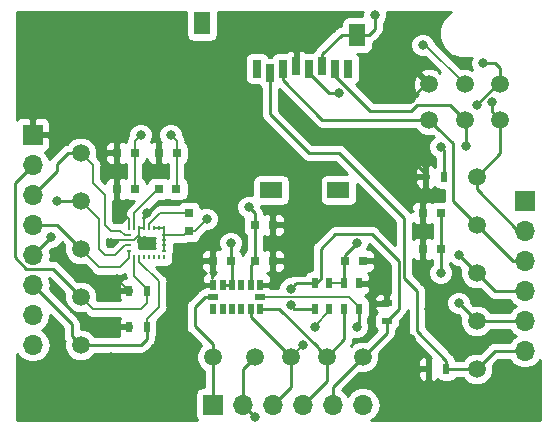
<source format=gbr>
G04 #@! TF.GenerationSoftware,KiCad,Pcbnew,(5.0.2)-1*
G04 #@! TF.CreationDate,2019-03-06T23:20:24-07:00*
G04 #@! TF.ProjectId,Sensor_Board,53656e73-6f72-45f4-926f-6172642e6b69,rev?*
G04 #@! TF.SameCoordinates,Original*
G04 #@! TF.FileFunction,Copper,L1,Top*
G04 #@! TF.FilePolarity,Positive*
%FSLAX46Y46*%
G04 Gerber Fmt 4.6, Leading zero omitted, Abs format (unit mm)*
G04 Created by KiCad (PCBNEW (5.0.2)-1) date 2019-03-06 11:20:24 PM*
%MOMM*%
%LPD*%
G01*
G04 APERTURE LIST*
G04 #@! TA.AperFunction,SMDPad,CuDef*
%ADD10R,0.800000X1.500000*%
G04 #@! TD*
G04 #@! TA.AperFunction,SMDPad,CuDef*
%ADD11R,1.400000X1.900000*%
G04 #@! TD*
G04 #@! TA.AperFunction,SMDPad,CuDef*
%ADD12R,1.900000X1.400000*%
G04 #@! TD*
G04 #@! TA.AperFunction,ComponentPad*
%ADD13R,1.700000X1.700000*%
G04 #@! TD*
G04 #@! TA.AperFunction,ComponentPad*
%ADD14O,1.700000X1.700000*%
G04 #@! TD*
G04 #@! TA.AperFunction,SMDPad,CuDef*
%ADD15R,0.750000X0.800000*%
G04 #@! TD*
G04 #@! TA.AperFunction,SMDPad,CuDef*
%ADD16R,0.800000X0.750000*%
G04 #@! TD*
G04 #@! TA.AperFunction,ComponentPad*
%ADD17C,1.500000*%
G04 #@! TD*
G04 #@! TA.AperFunction,SMDPad,CuDef*
%ADD18R,0.500000X0.900000*%
G04 #@! TD*
G04 #@! TA.AperFunction,SMDPad,CuDef*
%ADD19R,0.900000X0.500000*%
G04 #@! TD*
G04 #@! TA.AperFunction,BGAPad,CuDef*
%ADD20C,1.500000*%
G04 #@! TD*
G04 #@! TA.AperFunction,SMDPad,CuDef*
%ADD21R,0.230000X0.350000*%
G04 #@! TD*
G04 #@! TA.AperFunction,SMDPad,CuDef*
%ADD22R,0.350000X0.230000*%
G04 #@! TD*
G04 #@! TA.AperFunction,SMDPad,CuDef*
%ADD23R,0.550000X0.950000*%
G04 #@! TD*
G04 #@! TA.AperFunction,SMDPad,CuDef*
%ADD24R,0.600000X0.950000*%
G04 #@! TD*
G04 #@! TA.AperFunction,SMDPad,CuDef*
%ADD25R,0.950000X0.600000*%
G04 #@! TD*
G04 #@! TA.AperFunction,ViaPad*
%ADD26C,0.800000*%
G04 #@! TD*
G04 #@! TA.AperFunction,Conductor*
%ADD27C,0.200000*%
G04 #@! TD*
G04 #@! TA.AperFunction,Conductor*
%ADD28C,0.250000*%
G04 #@! TD*
G04 #@! TA.AperFunction,Conductor*
%ADD29C,0.254000*%
G04 #@! TD*
G04 APERTURE END LIST*
D10*
G04 #@! TO.P,J1,1*
G04 #@! TO.N,Net-(J1-Pad1)*
X103836000Y-89884000D03*
G04 #@! TO.P,J1,2*
G04 #@! TO.N,SD1_~CS*
X104936000Y-90284000D03*
G04 #@! TO.P,J1,3*
G04 #@! TO.N,SPI3_MOSI*
X106036000Y-89884000D03*
G04 #@! TO.P,J1,4*
G04 #@! TO.N,+3V3*
X107136000Y-89684000D03*
G04 #@! TO.P,J1,5*
G04 #@! TO.N,SPI3_SCK*
X108236000Y-89884000D03*
G04 #@! TO.P,J1,6*
G04 #@! TO.N,GND*
X109336000Y-89684000D03*
G04 #@! TO.P,J1,7*
G04 #@! TO.N,SPI3_MISO*
X110436000Y-89884000D03*
G04 #@! TO.P,J1,8*
G04 #@! TO.N,Net-(J1-Pad8)*
X111536000Y-89884000D03*
D11*
G04 #@! TO.P,J1,9*
G04 #@! TO.N,GND*
X112326000Y-87034000D03*
D12*
G04 #@! TO.P,J1,10*
G04 #@! TO.N,N/C*
X110726000Y-100184000D03*
G04 #@! TO.P,J1,11*
X105026000Y-100184000D03*
D11*
G04 #@! TO.P,J1,12*
X99176000Y-86034000D03*
G04 #@! TD*
D13*
G04 #@! TO.P,J3,1*
G04 #@! TO.N,ACC_~CS*
X100076000Y-118364000D03*
D14*
G04 #@! TO.P,J3,2*
G04 #@! TO.N,SPI2_SCK*
X102616000Y-118364000D03*
G04 #@! TO.P,J3,3*
G04 #@! TO.N,SPI2_MISO*
X105156000Y-118364000D03*
G04 #@! TO.P,J3,4*
G04 #@! TO.N,SPI2_MOSI*
X107696000Y-118364000D03*
G04 #@! TO.P,J3,5*
G04 #@! TO.N,BARO_~CS*
X110236000Y-118364000D03*
G04 #@! TO.P,J3,6*
G04 #@! TO.N,GND*
X112776000Y-118364000D03*
G04 #@! TD*
D13*
G04 #@! TO.P,J2,1*
G04 #@! TO.N,+3V3*
X84836000Y-95504000D03*
D14*
G04 #@! TO.P,J2,2*
G04 #@! TO.N,AG_~CS*
X84836000Y-98044000D03*
G04 #@! TO.P,J2,3*
G04 #@! TO.N,SPI1_SCK*
X84836000Y-100584000D03*
G04 #@! TO.P,J2,4*
G04 #@! TO.N,SPI1_MISO*
X84836000Y-103124000D03*
G04 #@! TO.P,J2,5*
G04 #@! TO.N,SPI1_MOSI*
X84836000Y-105664000D03*
G04 #@! TO.P,J2,6*
G04 #@! TO.N,MAG_~CS*
X84836000Y-108204000D03*
G04 #@! TO.P,J2,7*
G04 #@! TO.N,UART3_TX*
X84836000Y-110744000D03*
G04 #@! TO.P,J2,8*
G04 #@! TO.N,UART3_RX*
X84836000Y-113284000D03*
G04 #@! TD*
D15*
G04 #@! TO.P,C1,2*
G04 #@! TO.N,GND*
X98044000Y-103632000D03*
G04 #@! TO.P,C1,1*
G04 #@! TO.N,Net-(C1-Pad1)*
X98044000Y-102132000D03*
G04 #@! TD*
D16*
G04 #@! TO.P,C2,1*
G04 #@! TO.N,Net-(C2-Pad1)*
X95504000Y-100076000D03*
G04 #@! TO.P,C2,2*
G04 #@! TO.N,GND*
X97004000Y-100076000D03*
G04 #@! TD*
G04 #@! TO.P,C3,2*
G04 #@! TO.N,GND*
X111276000Y-106172000D03*
G04 #@! TO.P,C3,1*
G04 #@! TO.N,+3V3*
X112776000Y-106172000D03*
G04 #@! TD*
G04 #@! TO.P,C4,2*
G04 #@! TO.N,GND*
X97028000Y-97028000D03*
G04 #@! TO.P,C4,1*
G04 #@! TO.N,+3V3*
X95528000Y-97028000D03*
G04 #@! TD*
G04 #@! TO.P,C5,1*
G04 #@! TO.N,+3V3*
X91972000Y-97028000D03*
G04 #@! TO.P,C5,2*
G04 #@! TO.N,GND*
X93472000Y-97028000D03*
G04 #@! TD*
G04 #@! TO.P,C6,2*
G04 #@! TO.N,GND*
X93472000Y-100076000D03*
G04 #@! TO.P,C6,1*
G04 #@! TO.N,+3V3*
X91972000Y-100076000D03*
G04 #@! TD*
G04 #@! TO.P,C7,1*
G04 #@! TO.N,+3V3*
X117880000Y-102108000D03*
G04 #@! TO.P,C7,2*
G04 #@! TO.N,GND*
X119380000Y-102108000D03*
G04 #@! TD*
G04 #@! TO.P,C8,1*
G04 #@! TO.N,+3V3*
X105156000Y-103124000D03*
G04 #@! TO.P,C8,2*
G04 #@! TO.N,GND*
X103656000Y-103124000D03*
G04 #@! TD*
G04 #@! TO.P,C9,2*
G04 #@! TO.N,GND*
X103656000Y-106172000D03*
G04 #@! TO.P,C9,1*
G04 #@! TO.N,+3V3*
X105156000Y-106172000D03*
G04 #@! TD*
G04 #@! TO.P,C10,1*
G04 #@! TO.N,+3V3*
X100100000Y-106172000D03*
G04 #@! TO.P,C10,2*
G04 #@! TO.N,GND*
X101600000Y-106172000D03*
G04 #@! TD*
G04 #@! TO.P,C11,1*
G04 #@! TO.N,+3V3*
X117880000Y-105156000D03*
G04 #@! TO.P,C11,2*
G04 #@! TO.N,GND*
X119380000Y-105156000D03*
G04 #@! TD*
D14*
G04 #@! TO.P,J4,6*
G04 #@! TO.N,SD1_~CS*
X126492000Y-113792000D03*
G04 #@! TO.P,J4,5*
G04 #@! TO.N,SPI3_SCK*
X126492000Y-111252000D03*
G04 #@! TO.P,J4,4*
G04 #@! TO.N,SPI3_MISO*
X126492000Y-108712000D03*
G04 #@! TO.P,J4,3*
G04 #@! TO.N,SPI3_MOSI*
X126492000Y-106172000D03*
G04 #@! TO.P,J4,2*
G04 #@! TO.N,SD2_~CS*
X126492000Y-103632000D03*
D13*
G04 #@! TO.P,J4,1*
G04 #@! TO.N,GND*
X126492000Y-101092000D03*
G04 #@! TD*
D17*
G04 #@! TO.P,J5,1*
G04 #@! TO.N,+3V3*
X118412000Y-91216000D03*
G04 #@! TO.P,J5,2*
G04 #@! TO.N,GND*
X121412000Y-91216000D03*
G04 #@! TO.P,J5,4*
G04 #@! TO.N,SPI3_MOSI*
X118412000Y-94216000D03*
G04 #@! TO.P,J5,5*
G04 #@! TO.N,SPI3_MISO*
X121412000Y-94216000D03*
G04 #@! TO.P,J5,6*
G04 #@! TO.N,SD2_~CS*
X124412000Y-94216000D03*
G04 #@! TO.P,J5,3*
G04 #@! TO.N,SPI3_SCK*
X124412000Y-91216000D03*
G04 #@! TD*
D18*
G04 #@! TO.P,R1,2*
G04 #@! TO.N,AG_~CS*
X94488000Y-108712000D03*
G04 #@! TO.P,R1,1*
G04 #@! TO.N,+3V3*
X92988000Y-108712000D03*
G04 #@! TD*
D19*
G04 #@! TO.P,R2,1*
G04 #@! TO.N,+3V3*
X114808000Y-109752000D03*
G04 #@! TO.P,R2,2*
G04 #@! TO.N,BARO_~CS*
X114808000Y-111252000D03*
G04 #@! TD*
D18*
G04 #@! TO.P,R3,1*
G04 #@! TO.N,+3V3*
X92988000Y-111760000D03*
G04 #@! TO.P,R3,2*
G04 #@! TO.N,MAG_~CS*
X94488000Y-111760000D03*
G04 #@! TD*
G04 #@! TO.P,R4,2*
G04 #@! TO.N,SD1_~CS*
X119864000Y-115316000D03*
G04 #@! TO.P,R4,1*
G04 #@! TO.N,+3V3*
X118364000Y-115316000D03*
G04 #@! TD*
G04 #@! TO.P,R5,2*
G04 #@! TO.N,SD2_~CS*
X119622000Y-99060000D03*
G04 #@! TO.P,R5,1*
G04 #@! TO.N,+3V3*
X118122000Y-99060000D03*
G04 #@! TD*
D20*
G04 #@! TO.P,TP1,1*
G04 #@! TO.N,SPI2_SCK*
X103632000Y-114300000D03*
G04 #@! TD*
G04 #@! TO.P,TP2,1*
G04 #@! TO.N,SPI2_MOSI*
X109728000Y-114300000D03*
G04 #@! TD*
G04 #@! TO.P,TP3,1*
G04 #@! TO.N,SPI2_MISO*
X106680000Y-114300000D03*
G04 #@! TD*
G04 #@! TO.P,TP4,1*
G04 #@! TO.N,BARO_~CS*
X112776000Y-114300000D03*
G04 #@! TD*
G04 #@! TO.P,TP5,1*
G04 #@! TO.N,SPI1_SCK*
X88900000Y-97028000D03*
G04 #@! TD*
G04 #@! TO.P,TP6,1*
G04 #@! TO.N,SPI1_MOSI*
X88900000Y-101092000D03*
G04 #@! TD*
G04 #@! TO.P,TP7,1*
G04 #@! TO.N,SPI1_MISO*
X88900000Y-105156000D03*
G04 #@! TD*
G04 #@! TO.P,TP8,1*
G04 #@! TO.N,AG_~CS*
X88900000Y-109220000D03*
G04 #@! TD*
G04 #@! TO.P,TP9,1*
G04 #@! TO.N,MAG_~CS*
X88900000Y-113284000D03*
G04 #@! TD*
G04 #@! TO.P,TP10,1*
G04 #@! TO.N,SPI3_SCK*
X122428000Y-111252000D03*
G04 #@! TD*
G04 #@! TO.P,TP11,1*
G04 #@! TO.N,SPI3_MOSI*
X122428000Y-103124000D03*
G04 #@! TD*
G04 #@! TO.P,TP12,1*
G04 #@! TO.N,SPI3_MISO*
X122428000Y-107188000D03*
G04 #@! TD*
G04 #@! TO.P,TP13,1*
G04 #@! TO.N,SD1_~CS*
X122428000Y-115316000D03*
G04 #@! TD*
G04 #@! TO.P,TP14,1*
G04 #@! TO.N,ACC_~CS*
X100076000Y-114300000D03*
G04 #@! TD*
G04 #@! TO.P,TP15,1*
G04 #@! TO.N,SD2_~CS*
X122428000Y-99060000D03*
G04 #@! TD*
D21*
G04 #@! TO.P,U1,13*
G04 #@! TO.N,Net-(U1-Pad13)*
X95993000Y-105873000D03*
G04 #@! TO.P,U1,12*
G04 #@! TO.N,Net-(U1-Pad12)*
X95563000Y-105873000D03*
G04 #@! TO.P,U1,11*
G04 #@! TO.N,Net-(U1-Pad11)*
X95133000Y-105873000D03*
G04 #@! TO.P,U1,10*
G04 #@! TO.N,Net-(U1-Pad10)*
X94703000Y-105873000D03*
G04 #@! TO.P,U1,9*
G04 #@! TO.N,Net-(U1-Pad9)*
X94273000Y-105873000D03*
G04 #@! TO.P,U1,8*
G04 #@! TO.N,MAG_~CS*
X93843000Y-105873000D03*
G04 #@! TO.P,U1,7*
G04 #@! TO.N,AG_~CS*
X93413000Y-105873000D03*
G04 #@! TO.P,U1,6*
G04 #@! TO.N,SPI1_MISO*
X92983000Y-105873000D03*
G04 #@! TO.P,U1,18*
G04 #@! TO.N,GND*
X95993000Y-103423000D03*
G04 #@! TO.P,U1,19*
X95563000Y-103423000D03*
G04 #@! TO.P,U1,20*
X95133000Y-103423000D03*
G04 #@! TO.P,U1,21*
G04 #@! TO.N,Net-(C1-Pad1)*
X94703000Y-103423000D03*
G04 #@! TO.P,U1,22*
G04 #@! TO.N,+3V3*
X94273000Y-103423000D03*
G04 #@! TO.P,U1,23*
X93843000Y-103423000D03*
G04 #@! TO.P,U1,24*
G04 #@! TO.N,Net-(C2-Pad1)*
X93413000Y-103423000D03*
D22*
G04 #@! TO.P,U1,14*
G04 #@! TO.N,GND*
X95963000Y-105293000D03*
G04 #@! TO.P,U1,5*
G04 #@! TO.N,SPI1_MISO*
X93013000Y-105293000D03*
G04 #@! TO.P,U1,15*
G04 #@! TO.N,GND*
X95963000Y-104863000D03*
G04 #@! TO.P,U1,4*
G04 #@! TO.N,SPI1_MOSI*
X93013000Y-104863000D03*
G04 #@! TO.P,U1,16*
G04 #@! TO.N,GND*
X95963000Y-104433000D03*
G04 #@! TO.P,U1,3*
G04 #@! TO.N,+3V3*
X93013000Y-104433000D03*
G04 #@! TO.P,U1,17*
G04 #@! TO.N,GND*
X95963000Y-104003000D03*
G04 #@! TO.P,U1,2*
G04 #@! TO.N,SPI1_SCK*
X93013000Y-104003000D03*
D21*
G04 #@! TO.P,U1,1*
G04 #@! TO.N,+3V3*
X92983000Y-103423000D03*
G04 #@! TD*
D23*
G04 #@! TO.P,U2,5*
G04 #@! TO.N,BARO_~CS*
X108712000Y-110236000D03*
G04 #@! TO.P,U2,6*
G04 #@! TO.N,SPI2_MISO*
X109962000Y-110236000D03*
G04 #@! TO.P,U2,7*
G04 #@! TO.N,SPI2_MOSI*
X111212000Y-110236000D03*
G04 #@! TO.P,U2,8*
G04 #@! TO.N,SPI2_SCK*
X112462000Y-110236000D03*
G04 #@! TO.P,U2,3*
G04 #@! TO.N,GND*
X109962000Y-108086000D03*
G04 #@! TO.P,U2,2*
X111212000Y-108086000D03*
G04 #@! TO.P,U2,1*
G04 #@! TO.N,+3V3*
X112462000Y-108086000D03*
G04 #@! TO.P,U2,4*
G04 #@! TO.N,BARO_~CS*
X108712000Y-108086000D03*
G04 #@! TD*
D24*
G04 #@! TO.P,U3,1*
G04 #@! TO.N,+3V3*
X104108000Y-108220000D03*
G04 #@! TO.P,U3,2*
G04 #@! TO.N,GND*
X103308000Y-108220000D03*
G04 #@! TO.P,U3,3*
G04 #@! TO.N,N/C*
X102508000Y-108220000D03*
G04 #@! TO.P,U3,4*
G04 #@! TO.N,GND*
X101708000Y-108220000D03*
G04 #@! TO.P,U3,5*
X100908000Y-108220000D03*
G04 #@! TO.P,U3,6*
G04 #@! TO.N,+3V3*
X100108000Y-108220000D03*
D25*
G04 #@! TO.P,U3,7*
G04 #@! TO.N,ACC_~CS*
X100108000Y-109220000D03*
D24*
G04 #@! TO.P,U3,8*
G04 #@! TO.N,Net-(U3-Pad8)*
X100108000Y-110220000D03*
G04 #@! TO.P,U3,9*
G04 #@! TO.N,Net-(U3-Pad9)*
X100908000Y-110220000D03*
G04 #@! TO.P,U3,10*
G04 #@! TO.N,N/C*
X101708000Y-110220000D03*
G04 #@! TO.P,U3,11*
X102508000Y-110220000D03*
G04 #@! TO.P,U3,12*
G04 #@! TO.N,SPI2_MISO*
X103308000Y-110220000D03*
G04 #@! TO.P,U3,13*
G04 #@! TO.N,SPI2_MOSI*
X104108000Y-110220000D03*
D25*
G04 #@! TO.P,U3,14*
G04 #@! TO.N,SPI2_SCK*
X104108000Y-109220000D03*
G04 #@! TD*
D26*
G04 #@! TO.N,GND*
X93980000Y-95504000D03*
X96520000Y-95504000D03*
X99568000Y-102616000D03*
X117856000Y-87884000D03*
X101600000Y-104648000D03*
X103124000Y-101600000D03*
X112268000Y-104648000D03*
X119380000Y-107188000D03*
X113792000Y-85344000D03*
G04 #@! TO.N,+3V3*
X91440000Y-104648000D03*
X91948000Y-107696000D03*
X94488000Y-102108000D03*
X98552000Y-105664000D03*
X91948000Y-111760000D03*
X91440000Y-114300000D03*
X109220000Y-103124000D03*
X112268000Y-102108000D03*
X114300000Y-107696000D03*
X117348000Y-106680000D03*
X118364000Y-110236000D03*
X116840000Y-112776000D03*
X116840000Y-97536000D03*
X116840000Y-92456000D03*
X113792000Y-101600000D03*
X115316000Y-100076000D03*
G04 #@! TO.N,SPI3_SCK*
X120904000Y-109728000D03*
X122428000Y-92964000D03*
X110744000Y-91948000D03*
X122936000Y-89408000D03*
G04 #@! TO.N,SPI3_MISO*
X120904000Y-105664000D03*
X121560487Y-96465048D03*
G04 #@! TO.N,SPI1_MOSI*
X86868000Y-101092000D03*
X86360000Y-104140000D03*
G04 #@! TO.N,SPI2_SCK*
X112268000Y-111760000D03*
X103632000Y-119380000D03*
G04 #@! TO.N,SPI2_MISO*
X108712000Y-111760000D03*
X107696000Y-113284000D03*
G04 #@! TO.N,BARO_~CS*
X106680000Y-109920000D03*
X106680000Y-108520000D03*
G04 #@! TO.N,SD2_~CS*
X119380000Y-96520000D03*
X123702653Y-92714653D03*
G04 #@! TD*
D27*
G04 #@! TO.N,GND*
X95963000Y-105293000D02*
X95963000Y-104863000D01*
X95963000Y-104863000D02*
X95963000Y-104433000D01*
X95963000Y-104433000D02*
X95963000Y-104003000D01*
X97673000Y-104003000D02*
X98044000Y-103632000D01*
X95963000Y-104003000D02*
X97673000Y-104003000D01*
X97028000Y-100052000D02*
X97004000Y-100076000D01*
X97028000Y-97028000D02*
X97028000Y-100052000D01*
X95133000Y-103423000D02*
X95563000Y-103423000D01*
X95563000Y-103423000D02*
X95993000Y-103423000D01*
X93472000Y-100076000D02*
X93472000Y-97028000D01*
X93472000Y-97028000D02*
X93472000Y-96012000D01*
X93472000Y-96012000D02*
X93980000Y-95504000D01*
X96520000Y-95504000D02*
X97028000Y-96012000D01*
X97028000Y-96012000D02*
X97028000Y-97028000D01*
X95963000Y-103453000D02*
X95993000Y-103423000D01*
X95963000Y-104003000D02*
X95963000Y-103453000D01*
X109962000Y-108086000D02*
X111212000Y-108086000D01*
X98044000Y-103632000D02*
X98552000Y-103632000D01*
X98552000Y-103632000D02*
X99568000Y-102616000D01*
X121412000Y-91216000D02*
X118080000Y-87884000D01*
X118080000Y-87884000D02*
X117856000Y-87884000D01*
D28*
X100908000Y-108220000D02*
X101708000Y-108220000D01*
X101708000Y-106280000D02*
X101600000Y-106172000D01*
X101708000Y-108220000D02*
X101708000Y-106280000D01*
X101600000Y-106172000D02*
X101600000Y-104648000D01*
X103656000Y-106172000D02*
X103656000Y-103124000D01*
X103656000Y-103124000D02*
X103656000Y-102132000D01*
X103656000Y-102132000D02*
X103124000Y-101600000D01*
X103308000Y-106520000D02*
X103656000Y-106172000D01*
X103308000Y-108220000D02*
X103308000Y-106520000D01*
X111212000Y-106236000D02*
X111276000Y-106172000D01*
X111212000Y-108086000D02*
X111212000Y-106236000D01*
X111276000Y-106172000D02*
X111276000Y-105640000D01*
X111276000Y-105640000D02*
X112268000Y-104648000D01*
X119380000Y-102108000D02*
X119380000Y-105156000D01*
X119380000Y-105156000D02*
X119380000Y-107188000D01*
X111376000Y-87034000D02*
X112326000Y-87034000D01*
X110986000Y-87034000D02*
X111376000Y-87034000D01*
X109336000Y-88684000D02*
X110986000Y-87034000D01*
X109336000Y-89684000D02*
X109336000Y-88684000D01*
X113276000Y-87034000D02*
X113792000Y-86518000D01*
X112326000Y-87034000D02*
X113276000Y-87034000D01*
X113792000Y-86518000D02*
X113792000Y-85344000D01*
D27*
G04 #@! TO.N,Net-(C1-Pad1)*
X97469000Y-102132000D02*
X98044000Y-102132000D01*
X95619000Y-102132000D02*
X97469000Y-102132000D01*
X94703000Y-103048000D02*
X95619000Y-102132000D01*
X94703000Y-103423000D02*
X94703000Y-103048000D01*
G04 #@! TO.N,Net-(C2-Pad1)*
X95479000Y-100076000D02*
X95504000Y-100076000D01*
X93413000Y-102142000D02*
X95479000Y-100076000D01*
X93413000Y-103423000D02*
X93413000Y-102142000D01*
G04 #@! TO.N,+3V3*
X92983000Y-103423000D02*
X92983000Y-102635000D01*
X91972000Y-101624000D02*
X91972000Y-100076000D01*
X92983000Y-102635000D02*
X91972000Y-101624000D01*
X91972000Y-100076000D02*
X91972000Y-97028000D01*
X93013000Y-104433000D02*
X91655000Y-104433000D01*
X91655000Y-104433000D02*
X91440000Y-104648000D01*
X91972000Y-107696000D02*
X92988000Y-108712000D01*
X91948000Y-107696000D02*
X91972000Y-107696000D01*
X93843000Y-103423000D02*
X94273000Y-103423000D01*
X94273000Y-103423000D02*
X94273000Y-102323000D01*
X94273000Y-102323000D02*
X94488000Y-102108000D01*
X93843000Y-103798000D02*
X93843000Y-103423000D01*
X93843000Y-103978000D02*
X93843000Y-103798000D01*
X93388000Y-104433000D02*
X93843000Y-103978000D01*
X93013000Y-104433000D02*
X93388000Y-104433000D01*
D28*
X92988000Y-111760000D02*
X91948000Y-111760000D01*
X99060000Y-106172000D02*
X98552000Y-105664000D01*
X100100000Y-106172000D02*
X99060000Y-106172000D01*
X105156000Y-106172000D02*
X106172000Y-106172000D01*
X106172000Y-106172000D02*
X109220000Y-103124000D01*
X112462000Y-108086000D02*
X113910000Y-108086000D01*
X113910000Y-108086000D02*
X114300000Y-107696000D01*
X117348000Y-106680000D02*
X118364000Y-107696000D01*
X118364000Y-107696000D02*
X118364000Y-110236000D01*
X118122000Y-99060000D02*
X118122000Y-98818000D01*
X118122000Y-98818000D02*
X116840000Y-97536000D01*
X118080000Y-91216000D02*
X118412000Y-91216000D01*
X116840000Y-92456000D02*
X118080000Y-91216000D01*
X112268000Y-102108000D02*
X113284000Y-102108000D01*
X113284000Y-102108000D02*
X113792000Y-101600000D01*
G04 #@! TO.N,SD1_~CS*
X123952000Y-113792000D02*
X126492000Y-113792000D01*
X122428000Y-115316000D02*
X123952000Y-113792000D01*
X121367340Y-115316000D02*
X119864000Y-115316000D01*
X122428000Y-115316000D02*
X121367340Y-115316000D01*
X119864000Y-114616000D02*
X117348000Y-112100000D01*
X119864000Y-115316000D02*
X119864000Y-114616000D01*
X117348000Y-112100000D02*
X117348000Y-108712000D01*
X116274010Y-107638010D02*
X116274010Y-102558010D01*
X117348000Y-108712000D02*
X116274010Y-107638010D01*
X116274010Y-102558010D02*
X110744000Y-97028000D01*
X110744000Y-97028000D02*
X108204000Y-97028000D01*
X104936000Y-93760000D02*
X104936000Y-90284000D01*
X108204000Y-97028000D02*
X104936000Y-93760000D01*
G04 #@! TO.N,SPI3_MOSI*
X125476000Y-106172000D02*
X126492000Y-106172000D01*
X122428000Y-103124000D02*
X125476000Y-106172000D01*
X119161999Y-94965999D02*
X118412000Y-94216000D01*
X120396000Y-96200000D02*
X119161999Y-94965999D01*
X120396000Y-101092000D02*
X120396000Y-96200000D01*
X122428000Y-103124000D02*
X120396000Y-101092000D01*
X117351340Y-94216000D02*
X118412000Y-94216000D01*
X109368000Y-94216000D02*
X117351340Y-94216000D01*
X106036000Y-90884000D02*
X109368000Y-94216000D01*
X106036000Y-89884000D02*
X106036000Y-90884000D01*
G04 #@! TO.N,SPI3_SCK*
X122428000Y-111252000D02*
X126492000Y-111252000D01*
X122428000Y-111252000D02*
X120904000Y-109728000D01*
X124176000Y-91216000D02*
X124412000Y-91216000D01*
X122428000Y-92964000D02*
X124176000Y-91216000D01*
X109950000Y-91948000D02*
X110744000Y-91948000D01*
X108236000Y-89884000D02*
X108236000Y-90234000D01*
X108236000Y-90234000D02*
X109950000Y-91948000D01*
X124412000Y-89868000D02*
X124412000Y-91216000D01*
X122936000Y-89408000D02*
X123952000Y-89408000D01*
X123952000Y-89408000D02*
X124412000Y-89868000D01*
G04 #@! TO.N,SPI3_MISO*
X123952000Y-108712000D02*
X126492000Y-108712000D01*
X122428000Y-107188000D02*
X123952000Y-108712000D01*
X122428000Y-107188000D02*
X120904000Y-105664000D01*
X121560487Y-94364487D02*
X121412000Y-94216000D01*
X121560487Y-96465048D02*
X121560487Y-94364487D01*
X110436000Y-90519002D02*
X113388998Y-93472000D01*
X110436000Y-89884000D02*
X110436000Y-90519002D01*
X116897002Y-93472000D02*
X117405002Y-92964000D01*
X113388998Y-93472000D02*
X116897002Y-93472000D01*
X120160000Y-92964000D02*
X121412000Y-94216000D01*
X117405002Y-92964000D02*
X120160000Y-92964000D01*
D27*
G04 #@! TO.N,AG_~CS*
X94488000Y-108512000D02*
X94488000Y-108712000D01*
X93413000Y-107437000D02*
X94488000Y-108512000D01*
X93413000Y-105873000D02*
X93413000Y-107437000D01*
X94488000Y-108712000D02*
X94488000Y-109728000D01*
X94488000Y-109728000D02*
X93980000Y-110236000D01*
X89916000Y-110236000D02*
X88900000Y-109220000D01*
X93980000Y-110236000D02*
X89916000Y-110236000D01*
D28*
X84271999Y-106839001D02*
X83312000Y-105879002D01*
X88900000Y-109220000D02*
X86519001Y-106839001D01*
X86519001Y-106839001D02*
X84271999Y-106839001D01*
X83312000Y-99568000D02*
X84836000Y-98044000D01*
X83312000Y-105879002D02*
X83312000Y-99568000D01*
D27*
G04 #@! TO.N,SPI1_SCK*
X89916000Y-99568000D02*
X89916000Y-98044000D01*
X92638000Y-104003000D02*
X92267000Y-103632000D01*
X92267000Y-103632000D02*
X91440000Y-103632000D01*
X91440000Y-103632000D02*
X90932000Y-103124000D01*
X89916000Y-98044000D02*
X88900000Y-97028000D01*
X90932000Y-103124000D02*
X90932000Y-100584000D01*
X90932000Y-100584000D02*
X89916000Y-99568000D01*
X93013000Y-104003000D02*
X92638000Y-104003000D01*
D28*
X87839340Y-97028000D02*
X86868000Y-97999340D01*
X88900000Y-97028000D02*
X87839340Y-97028000D01*
X86868000Y-98552000D02*
X84836000Y-100584000D01*
X86868000Y-97999340D02*
X86868000Y-98552000D01*
D27*
G04 #@! TO.N,SPI1_MISO*
X92983000Y-105323000D02*
X92983000Y-105873000D01*
X93013000Y-105293000D02*
X92983000Y-105323000D01*
X92983000Y-105933000D02*
X92236000Y-106680000D01*
X92983000Y-105873000D02*
X92983000Y-105933000D01*
X92236000Y-106680000D02*
X90424000Y-106680000D01*
X90424000Y-106680000D02*
X88900000Y-105156000D01*
D28*
X86868000Y-103124000D02*
X84836000Y-103124000D01*
X88900000Y-105156000D02*
X86868000Y-103124000D01*
D27*
G04 #@! TO.N,SPI1_MOSI*
X93013000Y-104863000D02*
X92638000Y-104863000D01*
X90424000Y-102616000D02*
X88900000Y-101092000D01*
X90424000Y-105156000D02*
X90424000Y-102616000D01*
X90932000Y-105664000D02*
X90424000Y-105156000D01*
X91837000Y-105664000D02*
X90932000Y-105664000D01*
X92638000Y-104863000D02*
X91837000Y-105664000D01*
D28*
X88900000Y-101092000D02*
X86868000Y-101092000D01*
X86360000Y-104140000D02*
X84836000Y-105664000D01*
D27*
G04 #@! TO.N,MAG_~CS*
X93843000Y-106248000D02*
X95504000Y-107909000D01*
X93843000Y-105873000D02*
X93843000Y-106248000D01*
X94488000Y-111110000D02*
X94488000Y-111760000D01*
X95504000Y-110094000D02*
X94488000Y-111110000D01*
X95504000Y-107909000D02*
X95504000Y-110094000D01*
D28*
X85685999Y-109053999D02*
X84836000Y-108204000D01*
X88150001Y-111518001D02*
X85685999Y-109053999D01*
X88150001Y-112534001D02*
X88150001Y-111518001D01*
X88900000Y-113284000D02*
X88150001Y-112534001D01*
X93980000Y-113284000D02*
X88900000Y-113284000D01*
X94488000Y-111760000D02*
X94488000Y-112776000D01*
X94488000Y-112776000D02*
X93980000Y-113284000D01*
G04 #@! TO.N,ACC_~CS*
X100076000Y-114300000D02*
X100076000Y-118364000D01*
X100076000Y-113239340D02*
X98552000Y-111715340D01*
X100076000Y-114300000D02*
X100076000Y-113239340D01*
X99383000Y-109220000D02*
X100108000Y-109220000D01*
X98552000Y-110051000D02*
X99383000Y-109220000D01*
X98552000Y-111715340D02*
X98552000Y-110051000D01*
D27*
G04 #@! TO.N,SPI2_SCK*
X104783000Y-109220000D02*
X104108000Y-109220000D01*
X111646000Y-109220000D02*
X104783000Y-109220000D01*
X112462000Y-110036000D02*
X111646000Y-109220000D01*
X112462000Y-110236000D02*
X112462000Y-110036000D01*
D28*
X102616000Y-115316000D02*
X102616000Y-118364000D01*
X103632000Y-114300000D02*
X102616000Y-115316000D01*
X112462000Y-110236000D02*
X112462000Y-111566000D01*
X112462000Y-111566000D02*
X112268000Y-111760000D01*
X103632000Y-119380000D02*
X102616000Y-118364000D01*
D27*
G04 #@! TO.N,SPI2_MISO*
X108712000Y-111686000D02*
X108712000Y-111760000D01*
X109962000Y-110236000D02*
X109962000Y-110436000D01*
X109962000Y-110436000D02*
X108712000Y-111686000D01*
X107696000Y-113284000D02*
X106680000Y-114300000D01*
D28*
X106680000Y-116840000D02*
X105156000Y-118364000D01*
X106680000Y-114300000D02*
X106680000Y-116840000D01*
X103308000Y-110945000D02*
X103308000Y-110220000D01*
X105913001Y-113550001D02*
X103308000Y-110945000D01*
X105930001Y-113550001D02*
X105913001Y-113550001D01*
X106680000Y-114300000D02*
X105930001Y-113550001D01*
G04 #@! TO.N,SPI2_MOSI*
X109728000Y-116332000D02*
X107696000Y-118364000D01*
X109728000Y-114300000D02*
X109728000Y-116332000D01*
X104658000Y-110220000D02*
X104108000Y-110220000D01*
X105705002Y-110220000D02*
X104658000Y-110220000D01*
X108978001Y-113492999D02*
X105705002Y-110220000D01*
X108978001Y-113550001D02*
X108978001Y-113492999D01*
X109728000Y-114300000D02*
X108978001Y-113550001D01*
X111212000Y-112816000D02*
X111212000Y-110236000D01*
X109728000Y-114300000D02*
X111212000Y-112816000D01*
G04 #@! TO.N,BARO_~CS*
X110236000Y-116840000D02*
X110236000Y-118364000D01*
X112776000Y-114300000D02*
X110236000Y-116840000D01*
X114808000Y-112268000D02*
X114808000Y-111252000D01*
X112776000Y-114300000D02*
X114808000Y-112268000D01*
X108712000Y-110236000D02*
X106996000Y-110236000D01*
X106996000Y-110236000D02*
X106680000Y-109920000D01*
X107079999Y-108120001D02*
X107104001Y-108120001D01*
X106680000Y-108520000D02*
X107079999Y-108120001D01*
X107138002Y-108086000D02*
X108712000Y-108086000D01*
X107104001Y-108120001D02*
X107138002Y-108086000D01*
X115824000Y-110236000D02*
X114808000Y-111252000D01*
X115824000Y-106172000D02*
X115824000Y-110236000D01*
X108830000Y-108086000D02*
X109220000Y-107696000D01*
X108712000Y-108086000D02*
X108830000Y-108086000D01*
X109220000Y-107696000D02*
X109220000Y-105156000D01*
X109220000Y-105156000D02*
X110453001Y-103922999D01*
X110453001Y-103922999D02*
X113574999Y-103922999D01*
X113574999Y-103922999D02*
X115824000Y-106172000D01*
G04 #@! TO.N,SD2_~CS*
X125939340Y-103632000D02*
X126492000Y-103632000D01*
X122428000Y-100120660D02*
X125939340Y-103632000D01*
X122428000Y-99060000D02*
X122428000Y-100120660D01*
X124412000Y-97076000D02*
X124412000Y-94216000D01*
X122428000Y-99060000D02*
X124412000Y-97076000D01*
X119622000Y-99060000D02*
X119622000Y-96762000D01*
X119622000Y-96762000D02*
X119380000Y-96520000D01*
X123702653Y-93506653D02*
X124412000Y-94216000D01*
X123702653Y-92714653D02*
X123702653Y-93506653D01*
G04 #@! TD*
D29*
G04 #@! TO.N,+3V3*
G36*
X97828560Y-85084000D02*
X97828560Y-86984000D01*
X97877843Y-87231765D01*
X98018191Y-87441809D01*
X98228235Y-87582157D01*
X98476000Y-87631440D01*
X99876000Y-87631440D01*
X100123765Y-87582157D01*
X100333809Y-87441809D01*
X100474157Y-87231765D01*
X100523440Y-86984000D01*
X100523440Y-85084000D01*
X100519263Y-85063000D01*
X112788118Y-85063000D01*
X112757000Y-85138126D01*
X112757000Y-85436560D01*
X111626000Y-85436560D01*
X111378235Y-85485843D01*
X111168191Y-85626191D01*
X111027843Y-85836235D01*
X110978560Y-86084000D01*
X110978560Y-86260592D01*
X110911152Y-86274000D01*
X110911148Y-86274000D01*
X110689463Y-86318096D01*
X110689461Y-86318097D01*
X110689462Y-86318097D01*
X110501526Y-86443671D01*
X110501524Y-86443673D01*
X110438071Y-86486071D01*
X110395673Y-86549524D01*
X108851528Y-88093671D01*
X108788072Y-88136071D01*
X108745672Y-88199527D01*
X108745671Y-88199528D01*
X108627450Y-88376459D01*
X108478191Y-88476191D01*
X108471263Y-88486560D01*
X107986585Y-88486560D01*
X107895699Y-88395673D01*
X107662310Y-88299000D01*
X107421750Y-88299000D01*
X107263000Y-88457750D01*
X107263000Y-88848585D01*
X107237843Y-88886235D01*
X107188560Y-89134000D01*
X107188560Y-89831000D01*
X107083440Y-89831000D01*
X107083440Y-89134000D01*
X107034157Y-88886235D01*
X107009000Y-88848585D01*
X107009000Y-88457750D01*
X106850250Y-88299000D01*
X106609690Y-88299000D01*
X106376301Y-88395673D01*
X106285415Y-88486560D01*
X105636000Y-88486560D01*
X105388235Y-88535843D01*
X105178191Y-88676191D01*
X105037843Y-88886235D01*
X105037778Y-88886560D01*
X104834222Y-88886560D01*
X104834157Y-88886235D01*
X104693809Y-88676191D01*
X104483765Y-88535843D01*
X104236000Y-88486560D01*
X103436000Y-88486560D01*
X103188235Y-88535843D01*
X102978191Y-88676191D01*
X102837843Y-88886235D01*
X102788560Y-89134000D01*
X102788560Y-90634000D01*
X102837843Y-90881765D01*
X102978191Y-91091809D01*
X103188235Y-91232157D01*
X103436000Y-91281440D01*
X103937778Y-91281440D01*
X103937843Y-91281765D01*
X104078191Y-91491809D01*
X104176001Y-91557164D01*
X104176000Y-93685153D01*
X104161112Y-93760000D01*
X104176000Y-93834847D01*
X104176000Y-93834851D01*
X104220096Y-94056536D01*
X104388071Y-94307929D01*
X104451530Y-94350331D01*
X107613670Y-97512472D01*
X107656071Y-97575929D01*
X107907463Y-97743904D01*
X108129148Y-97788000D01*
X108129153Y-97788000D01*
X108204000Y-97802888D01*
X108278847Y-97788000D01*
X110429199Y-97788000D01*
X111477759Y-98836560D01*
X109776000Y-98836560D01*
X109528235Y-98885843D01*
X109318191Y-99026191D01*
X109177843Y-99236235D01*
X109128560Y-99484000D01*
X109128560Y-100884000D01*
X109177843Y-101131765D01*
X109318191Y-101341809D01*
X109528235Y-101482157D01*
X109776000Y-101531440D01*
X111676000Y-101531440D01*
X111923765Y-101482157D01*
X112133809Y-101341809D01*
X112274157Y-101131765D01*
X112323440Y-100884000D01*
X112323440Y-99682241D01*
X115514011Y-102872813D01*
X115514011Y-104787209D01*
X114165330Y-103438529D01*
X114122928Y-103375070D01*
X113871536Y-103207095D01*
X113649851Y-103162999D01*
X113649846Y-103162999D01*
X113574999Y-103148111D01*
X113500152Y-103162999D01*
X110527849Y-103162999D01*
X110453001Y-103148111D01*
X110378153Y-103162999D01*
X110378149Y-103162999D01*
X110210297Y-103196387D01*
X110156463Y-103207095D01*
X110032623Y-103289843D01*
X109905072Y-103375070D01*
X109862672Y-103438526D01*
X108735528Y-104565671D01*
X108672072Y-104608071D01*
X108629672Y-104671527D01*
X108629671Y-104671528D01*
X108504097Y-104859463D01*
X108445112Y-105156000D01*
X108460001Y-105230852D01*
X108460000Y-106963560D01*
X108437000Y-106963560D01*
X108189235Y-107012843D01*
X107979191Y-107153191D01*
X107863723Y-107326000D01*
X107212850Y-107326000D01*
X107138002Y-107311112D01*
X107063154Y-107326000D01*
X107063150Y-107326000D01*
X106841465Y-107370096D01*
X106793596Y-107402081D01*
X106783462Y-107404097D01*
X106662382Y-107485000D01*
X106474126Y-107485000D01*
X106093720Y-107642569D01*
X105802569Y-107933720D01*
X105645000Y-108314126D01*
X105645000Y-108485000D01*
X105056050Y-108485000D01*
X105040809Y-108462191D01*
X104916138Y-108378888D01*
X104884250Y-108347000D01*
X104868415Y-108347000D01*
X104830765Y-108321843D01*
X104583000Y-108272560D01*
X104255440Y-108272560D01*
X104255440Y-108093000D01*
X104884250Y-108093000D01*
X105043000Y-107934250D01*
X105043000Y-107618691D01*
X104946327Y-107385302D01*
X104767699Y-107206673D01*
X104708133Y-107182000D01*
X104870250Y-107182000D01*
X105029000Y-107023250D01*
X105029000Y-106299000D01*
X105283000Y-106299000D01*
X105283000Y-107023250D01*
X105441750Y-107182000D01*
X105682309Y-107182000D01*
X105915698Y-107085327D01*
X106094327Y-106906699D01*
X106191000Y-106673310D01*
X106191000Y-106457750D01*
X106032250Y-106299000D01*
X105283000Y-106299000D01*
X105029000Y-106299000D01*
X105009000Y-106299000D01*
X105009000Y-106045000D01*
X105029000Y-106045000D01*
X105029000Y-105320750D01*
X105283000Y-105320750D01*
X105283000Y-106045000D01*
X106032250Y-106045000D01*
X106191000Y-105886250D01*
X106191000Y-105670690D01*
X106094327Y-105437301D01*
X105915698Y-105258673D01*
X105682309Y-105162000D01*
X105441750Y-105162000D01*
X105283000Y-105320750D01*
X105029000Y-105320750D01*
X104870250Y-105162000D01*
X104629691Y-105162000D01*
X104416000Y-105250514D01*
X104416000Y-104045486D01*
X104629691Y-104134000D01*
X104870250Y-104134000D01*
X105029000Y-103975250D01*
X105029000Y-103251000D01*
X105283000Y-103251000D01*
X105283000Y-103975250D01*
X105441750Y-104134000D01*
X105682309Y-104134000D01*
X105915698Y-104037327D01*
X106094327Y-103858699D01*
X106191000Y-103625310D01*
X106191000Y-103409750D01*
X106032250Y-103251000D01*
X105283000Y-103251000D01*
X105029000Y-103251000D01*
X105009000Y-103251000D01*
X105009000Y-102997000D01*
X105029000Y-102997000D01*
X105029000Y-102272750D01*
X105283000Y-102272750D01*
X105283000Y-102997000D01*
X106032250Y-102997000D01*
X106191000Y-102838250D01*
X106191000Y-102622690D01*
X106094327Y-102389301D01*
X105915698Y-102210673D01*
X105682309Y-102114000D01*
X105441750Y-102114000D01*
X105283000Y-102272750D01*
X105029000Y-102272750D01*
X104870250Y-102114000D01*
X104629691Y-102114000D01*
X104416940Y-102202125D01*
X104430888Y-102132000D01*
X104416000Y-102057152D01*
X104416000Y-102057148D01*
X104371904Y-101835463D01*
X104203929Y-101584071D01*
X104159000Y-101554050D01*
X104159000Y-101531440D01*
X105976000Y-101531440D01*
X106223765Y-101482157D01*
X106433809Y-101341809D01*
X106574157Y-101131765D01*
X106623440Y-100884000D01*
X106623440Y-99484000D01*
X106574157Y-99236235D01*
X106433809Y-99026191D01*
X106223765Y-98885843D01*
X105976000Y-98836560D01*
X104076000Y-98836560D01*
X103828235Y-98885843D01*
X103618191Y-99026191D01*
X103477843Y-99236235D01*
X103428560Y-99484000D01*
X103428560Y-100605877D01*
X103329874Y-100565000D01*
X102918126Y-100565000D01*
X102537720Y-100722569D01*
X102246569Y-101013720D01*
X102089000Y-101394126D01*
X102089000Y-101805874D01*
X102246569Y-102186280D01*
X102537720Y-102477431D01*
X102653074Y-102525212D01*
X102608560Y-102749000D01*
X102608560Y-103499000D01*
X102657843Y-103746765D01*
X102798191Y-103956809D01*
X102896001Y-104022164D01*
X102896000Y-105273836D01*
X102798191Y-105339191D01*
X102657843Y-105549235D01*
X102628000Y-105699267D01*
X102598157Y-105549235D01*
X102457809Y-105339191D01*
X102406682Y-105305029D01*
X102477431Y-105234280D01*
X102635000Y-104853874D01*
X102635000Y-104442126D01*
X102477431Y-104061720D01*
X102186280Y-103770569D01*
X101805874Y-103613000D01*
X101394126Y-103613000D01*
X101013720Y-103770569D01*
X100722569Y-104061720D01*
X100565000Y-104442126D01*
X100565000Y-104853874D01*
X100706365Y-105195160D01*
X100626309Y-105162000D01*
X100385750Y-105162000D01*
X100227000Y-105320750D01*
X100227000Y-106045000D01*
X100247000Y-106045000D01*
X100247000Y-106299000D01*
X100227000Y-106299000D01*
X100227000Y-107023250D01*
X100353750Y-107150000D01*
X100350205Y-107153545D01*
X100150191Y-107287191D01*
X100009843Y-107497235D01*
X99981000Y-107642240D01*
X99981000Y-107268750D01*
X99854250Y-107142000D01*
X99973000Y-107023250D01*
X99973000Y-106299000D01*
X99223750Y-106299000D01*
X99065000Y-106457750D01*
X99065000Y-106673310D01*
X99161673Y-106906699D01*
X99340302Y-107085327D01*
X99540779Y-107168367D01*
X99448301Y-107206673D01*
X99269673Y-107385302D01*
X99173000Y-107618691D01*
X99173000Y-107934250D01*
X99331750Y-108093000D01*
X99960560Y-108093000D01*
X99960560Y-108272560D01*
X99633000Y-108272560D01*
X99385235Y-108321843D01*
X99347585Y-108347000D01*
X99331750Y-108347000D01*
X99299862Y-108378888D01*
X99175191Y-108462191D01*
X99156499Y-108490165D01*
X99086463Y-108504096D01*
X99067844Y-108516537D01*
X98898526Y-108629671D01*
X98898524Y-108629673D01*
X98835071Y-108672071D01*
X98792673Y-108735525D01*
X98067527Y-109460671D01*
X98004072Y-109503071D01*
X97961672Y-109566527D01*
X97961671Y-109566528D01*
X97836097Y-109754463D01*
X97777112Y-110051000D01*
X97792001Y-110125851D01*
X97792000Y-111640493D01*
X97777112Y-111715340D01*
X97792000Y-111790187D01*
X97792000Y-111790191D01*
X97836096Y-112011876D01*
X98004071Y-112263269D01*
X98067530Y-112305671D01*
X99089585Y-113327728D01*
X98901853Y-113515460D01*
X98691000Y-114024506D01*
X98691000Y-114575494D01*
X98901853Y-115084540D01*
X99291460Y-115474147D01*
X99316000Y-115484312D01*
X99316001Y-116866560D01*
X99226000Y-116866560D01*
X98978235Y-116915843D01*
X98768191Y-117056191D01*
X98627843Y-117266235D01*
X98578560Y-117514000D01*
X98578560Y-119214000D01*
X98627843Y-119461765D01*
X98760969Y-119661000D01*
X83539000Y-119661000D01*
X83539000Y-114015831D01*
X83765375Y-114354625D01*
X84256582Y-114682839D01*
X84689744Y-114769000D01*
X84982256Y-114769000D01*
X85415418Y-114682839D01*
X85906625Y-114354625D01*
X86234839Y-113863418D01*
X86350092Y-113284000D01*
X86234839Y-112704582D01*
X85906625Y-112213375D01*
X85608239Y-112014000D01*
X85906625Y-111814625D01*
X86234839Y-111323418D01*
X86341980Y-110784782D01*
X87390002Y-111832804D01*
X87390001Y-112459153D01*
X87375113Y-112534001D01*
X87390001Y-112608848D01*
X87390001Y-112608852D01*
X87434097Y-112830537D01*
X87529546Y-112973388D01*
X87515000Y-113008506D01*
X87515000Y-113559494D01*
X87725853Y-114068540D01*
X88115460Y-114458147D01*
X88624506Y-114669000D01*
X89175494Y-114669000D01*
X89684540Y-114458147D01*
X90074147Y-114068540D01*
X90084312Y-114044000D01*
X93905153Y-114044000D01*
X93980000Y-114058888D01*
X94054847Y-114044000D01*
X94054852Y-114044000D01*
X94276537Y-113999904D01*
X94527929Y-113831929D01*
X94570330Y-113768471D01*
X94972475Y-113366328D01*
X95035929Y-113323929D01*
X95078327Y-113260476D01*
X95078329Y-113260474D01*
X95197628Y-113081930D01*
X95203904Y-113072537D01*
X95248000Y-112850852D01*
X95248000Y-112850848D01*
X95262888Y-112776001D01*
X95248000Y-112701154D01*
X95248000Y-112589700D01*
X95336157Y-112457765D01*
X95385440Y-112210000D01*
X95385440Y-111310000D01*
X95375818Y-111261628D01*
X95972537Y-110664910D01*
X96033905Y-110623905D01*
X96196354Y-110380783D01*
X96239000Y-110166388D01*
X96239000Y-110166384D01*
X96253398Y-110094000D01*
X96239000Y-110021616D01*
X96239000Y-107981388D01*
X96253399Y-107909000D01*
X96214384Y-107712861D01*
X96196354Y-107622217D01*
X96033905Y-107379095D01*
X95972538Y-107338091D01*
X95316301Y-106681854D01*
X95348000Y-106675549D01*
X95448000Y-106695440D01*
X95678000Y-106695440D01*
X95778000Y-106675549D01*
X95878000Y-106695440D01*
X96108000Y-106695440D01*
X96355765Y-106646157D01*
X96565809Y-106505809D01*
X96706157Y-106295765D01*
X96755440Y-106048000D01*
X96755440Y-105698000D01*
X96750008Y-105670690D01*
X99065000Y-105670690D01*
X99065000Y-105886250D01*
X99223750Y-106045000D01*
X99973000Y-106045000D01*
X99973000Y-105320750D01*
X99814250Y-105162000D01*
X99573691Y-105162000D01*
X99340302Y-105258673D01*
X99161673Y-105437301D01*
X99065000Y-105670690D01*
X96750008Y-105670690D01*
X96741598Y-105628411D01*
X96785440Y-105408000D01*
X96785440Y-105178000D01*
X96765549Y-105078000D01*
X96785440Y-104978000D01*
X96785440Y-104748000D01*
X96783451Y-104738000D01*
X97600616Y-104738000D01*
X97673000Y-104752398D01*
X97745384Y-104738000D01*
X97745388Y-104738000D01*
X97959783Y-104695354D01*
X97983600Y-104679440D01*
X98419000Y-104679440D01*
X98666765Y-104630157D01*
X98876809Y-104489809D01*
X99017157Y-104279765D01*
X99034269Y-104193734D01*
X99081905Y-104161905D01*
X99122911Y-104100535D01*
X99572446Y-103651000D01*
X99773874Y-103651000D01*
X100154280Y-103493431D01*
X100445431Y-103202280D01*
X100603000Y-102821874D01*
X100603000Y-102410126D01*
X100445431Y-102029720D01*
X100154280Y-101738569D01*
X99773874Y-101581000D01*
X99362126Y-101581000D01*
X99061198Y-101705648D01*
X99017157Y-101484235D01*
X98876809Y-101274191D01*
X98666765Y-101133843D01*
X98419000Y-101084560D01*
X97669000Y-101084560D01*
X97421235Y-101133843D01*
X97211191Y-101274191D01*
X97129132Y-101397000D01*
X95691388Y-101397000D01*
X95619000Y-101382601D01*
X95546612Y-101397000D01*
X95332217Y-101439646D01*
X95089095Y-101602095D01*
X95048090Y-101663463D01*
X94234465Y-102477089D01*
X94173095Y-102518095D01*
X94148000Y-102555652D01*
X94148000Y-102446446D01*
X95496007Y-101098440D01*
X95904000Y-101098440D01*
X96151765Y-101049157D01*
X96254000Y-100980845D01*
X96356235Y-101049157D01*
X96604000Y-101098440D01*
X97404000Y-101098440D01*
X97651765Y-101049157D01*
X97861809Y-100908809D01*
X98002157Y-100698765D01*
X98051440Y-100451000D01*
X98051440Y-99701000D01*
X98002157Y-99453235D01*
X97861809Y-99243191D01*
X97763000Y-99177168D01*
X97763000Y-97942868D01*
X97885809Y-97860809D01*
X98026157Y-97650765D01*
X98075440Y-97403000D01*
X98075440Y-96653000D01*
X98026157Y-96405235D01*
X97885809Y-96195191D01*
X97763000Y-96113132D01*
X97763000Y-96084383D01*
X97777398Y-96011999D01*
X97763000Y-95939613D01*
X97763000Y-95939612D01*
X97720354Y-95725217D01*
X97557905Y-95482095D01*
X97555000Y-95480154D01*
X97555000Y-95298126D01*
X97397431Y-94917720D01*
X97106280Y-94626569D01*
X96725874Y-94469000D01*
X96314126Y-94469000D01*
X95933720Y-94626569D01*
X95642569Y-94917720D01*
X95485000Y-95298126D01*
X95485000Y-95709874D01*
X95642569Y-96090280D01*
X95692020Y-96139731D01*
X95655000Y-96176750D01*
X95655000Y-96901000D01*
X95675000Y-96901000D01*
X95675000Y-97155000D01*
X95655000Y-97155000D01*
X95655000Y-97879250D01*
X95813750Y-98038000D01*
X96054309Y-98038000D01*
X96287698Y-97941327D01*
X96288898Y-97940127D01*
X96293000Y-97942868D01*
X96293001Y-99145095D01*
X96254000Y-99171155D01*
X96151765Y-99102843D01*
X95904000Y-99053560D01*
X95104000Y-99053560D01*
X94856235Y-99102843D01*
X94646191Y-99243191D01*
X94505843Y-99453235D01*
X94488000Y-99542939D01*
X94470157Y-99453235D01*
X94329809Y-99243191D01*
X94207000Y-99161132D01*
X94207000Y-97942868D01*
X94329809Y-97860809D01*
X94470157Y-97650765D01*
X94493889Y-97531456D01*
X94589673Y-97762699D01*
X94768302Y-97941327D01*
X95001691Y-98038000D01*
X95242250Y-98038000D01*
X95401000Y-97879250D01*
X95401000Y-97155000D01*
X95381000Y-97155000D01*
X95381000Y-96901000D01*
X95401000Y-96901000D01*
X95401000Y-96176750D01*
X95242250Y-96018000D01*
X95001691Y-96018000D01*
X94863694Y-96075160D01*
X95015000Y-95709874D01*
X95015000Y-95298126D01*
X94857431Y-94917720D01*
X94566280Y-94626569D01*
X94185874Y-94469000D01*
X93774126Y-94469000D01*
X93393720Y-94626569D01*
X93102569Y-94917720D01*
X92945000Y-95298126D01*
X92945000Y-95480155D01*
X92942096Y-95482095D01*
X92901092Y-95543462D01*
X92901091Y-95543463D01*
X92779646Y-95725218D01*
X92722602Y-96012000D01*
X92737001Y-96084389D01*
X92737001Y-96113131D01*
X92732898Y-96115873D01*
X92731698Y-96114673D01*
X92498309Y-96018000D01*
X92257750Y-96018000D01*
X92099000Y-96176750D01*
X92099000Y-96901000D01*
X92119000Y-96901000D01*
X92119000Y-97155000D01*
X92099000Y-97155000D01*
X92099000Y-97879250D01*
X92257750Y-98038000D01*
X92498309Y-98038000D01*
X92731698Y-97941327D01*
X92732898Y-97940127D01*
X92737001Y-97942868D01*
X92737000Y-99161132D01*
X92732898Y-99163873D01*
X92731698Y-99162673D01*
X92498309Y-99066000D01*
X92257750Y-99066000D01*
X92099000Y-99224750D01*
X92099000Y-99949000D01*
X92119000Y-99949000D01*
X92119000Y-100203000D01*
X92099000Y-100203000D01*
X92099000Y-100927250D01*
X92257750Y-101086000D01*
X92498309Y-101086000D01*
X92731698Y-100989327D01*
X92732898Y-100988127D01*
X92824235Y-101049157D01*
X93072000Y-101098440D01*
X93417114Y-101098440D01*
X92944463Y-101571091D01*
X92883096Y-101612095D01*
X92842092Y-101673462D01*
X92842091Y-101673463D01*
X92720646Y-101855218D01*
X92663602Y-102142000D01*
X92678001Y-102214389D01*
X92678001Y-102639381D01*
X92508302Y-102709673D01*
X92329673Y-102888301D01*
X92327083Y-102894553D01*
X92267000Y-102882602D01*
X92194616Y-102897000D01*
X91744447Y-102897000D01*
X91667000Y-102819554D01*
X91667000Y-101086000D01*
X91686250Y-101086000D01*
X91845000Y-100927250D01*
X91845000Y-100203000D01*
X91825000Y-100203000D01*
X91825000Y-99949000D01*
X91845000Y-99949000D01*
X91845000Y-99224750D01*
X91686250Y-99066000D01*
X91445691Y-99066000D01*
X91212302Y-99162673D01*
X91033673Y-99341301D01*
X90944362Y-99556916D01*
X90651000Y-99263554D01*
X90651000Y-98116384D01*
X90665398Y-98044000D01*
X90651000Y-97971616D01*
X90651000Y-97971612D01*
X90608354Y-97757217D01*
X90445905Y-97514095D01*
X90384537Y-97473090D01*
X90264480Y-97353033D01*
X90280751Y-97313750D01*
X90937000Y-97313750D01*
X90937000Y-97529310D01*
X91033673Y-97762699D01*
X91212302Y-97941327D01*
X91445691Y-98038000D01*
X91686250Y-98038000D01*
X91845000Y-97879250D01*
X91845000Y-97155000D01*
X91095750Y-97155000D01*
X90937000Y-97313750D01*
X90280751Y-97313750D01*
X90285000Y-97303494D01*
X90285000Y-96752506D01*
X90191465Y-96526690D01*
X90937000Y-96526690D01*
X90937000Y-96742250D01*
X91095750Y-96901000D01*
X91845000Y-96901000D01*
X91845000Y-96176750D01*
X91686250Y-96018000D01*
X91445691Y-96018000D01*
X91212302Y-96114673D01*
X91033673Y-96293301D01*
X90937000Y-96526690D01*
X90191465Y-96526690D01*
X90074147Y-96243460D01*
X89684540Y-95853853D01*
X89175494Y-95643000D01*
X88624506Y-95643000D01*
X88115460Y-95853853D01*
X87725853Y-96243460D01*
X87711306Y-96278578D01*
X87542803Y-96312096D01*
X87291411Y-96480071D01*
X87249011Y-96543527D01*
X86383530Y-97409009D01*
X86320071Y-97451411D01*
X86252373Y-97552729D01*
X86234839Y-97464582D01*
X85906625Y-96973375D01*
X85884967Y-96958904D01*
X86045698Y-96892327D01*
X86224327Y-96713699D01*
X86321000Y-96480310D01*
X86321000Y-95789750D01*
X86162250Y-95631000D01*
X84963000Y-95631000D01*
X84963000Y-95651000D01*
X84709000Y-95651000D01*
X84709000Y-95631000D01*
X84689000Y-95631000D01*
X84689000Y-95377000D01*
X84709000Y-95377000D01*
X84709000Y-94177750D01*
X84963000Y-94177750D01*
X84963000Y-95377000D01*
X86162250Y-95377000D01*
X86321000Y-95218250D01*
X86321000Y-94527690D01*
X86224327Y-94294301D01*
X86045698Y-94115673D01*
X85812309Y-94019000D01*
X85121750Y-94019000D01*
X84963000Y-94177750D01*
X84709000Y-94177750D01*
X84550250Y-94019000D01*
X83859691Y-94019000D01*
X83626302Y-94115673D01*
X83539000Y-94202975D01*
X83539000Y-85063000D01*
X97832737Y-85063000D01*
X97828560Y-85084000D01*
X97828560Y-85084000D01*
G37*
X97828560Y-85084000D02*
X97828560Y-86984000D01*
X97877843Y-87231765D01*
X98018191Y-87441809D01*
X98228235Y-87582157D01*
X98476000Y-87631440D01*
X99876000Y-87631440D01*
X100123765Y-87582157D01*
X100333809Y-87441809D01*
X100474157Y-87231765D01*
X100523440Y-86984000D01*
X100523440Y-85084000D01*
X100519263Y-85063000D01*
X112788118Y-85063000D01*
X112757000Y-85138126D01*
X112757000Y-85436560D01*
X111626000Y-85436560D01*
X111378235Y-85485843D01*
X111168191Y-85626191D01*
X111027843Y-85836235D01*
X110978560Y-86084000D01*
X110978560Y-86260592D01*
X110911152Y-86274000D01*
X110911148Y-86274000D01*
X110689463Y-86318096D01*
X110689461Y-86318097D01*
X110689462Y-86318097D01*
X110501526Y-86443671D01*
X110501524Y-86443673D01*
X110438071Y-86486071D01*
X110395673Y-86549524D01*
X108851528Y-88093671D01*
X108788072Y-88136071D01*
X108745672Y-88199527D01*
X108745671Y-88199528D01*
X108627450Y-88376459D01*
X108478191Y-88476191D01*
X108471263Y-88486560D01*
X107986585Y-88486560D01*
X107895699Y-88395673D01*
X107662310Y-88299000D01*
X107421750Y-88299000D01*
X107263000Y-88457750D01*
X107263000Y-88848585D01*
X107237843Y-88886235D01*
X107188560Y-89134000D01*
X107188560Y-89831000D01*
X107083440Y-89831000D01*
X107083440Y-89134000D01*
X107034157Y-88886235D01*
X107009000Y-88848585D01*
X107009000Y-88457750D01*
X106850250Y-88299000D01*
X106609690Y-88299000D01*
X106376301Y-88395673D01*
X106285415Y-88486560D01*
X105636000Y-88486560D01*
X105388235Y-88535843D01*
X105178191Y-88676191D01*
X105037843Y-88886235D01*
X105037778Y-88886560D01*
X104834222Y-88886560D01*
X104834157Y-88886235D01*
X104693809Y-88676191D01*
X104483765Y-88535843D01*
X104236000Y-88486560D01*
X103436000Y-88486560D01*
X103188235Y-88535843D01*
X102978191Y-88676191D01*
X102837843Y-88886235D01*
X102788560Y-89134000D01*
X102788560Y-90634000D01*
X102837843Y-90881765D01*
X102978191Y-91091809D01*
X103188235Y-91232157D01*
X103436000Y-91281440D01*
X103937778Y-91281440D01*
X103937843Y-91281765D01*
X104078191Y-91491809D01*
X104176001Y-91557164D01*
X104176000Y-93685153D01*
X104161112Y-93760000D01*
X104176000Y-93834847D01*
X104176000Y-93834851D01*
X104220096Y-94056536D01*
X104388071Y-94307929D01*
X104451530Y-94350331D01*
X107613670Y-97512472D01*
X107656071Y-97575929D01*
X107907463Y-97743904D01*
X108129148Y-97788000D01*
X108129153Y-97788000D01*
X108204000Y-97802888D01*
X108278847Y-97788000D01*
X110429199Y-97788000D01*
X111477759Y-98836560D01*
X109776000Y-98836560D01*
X109528235Y-98885843D01*
X109318191Y-99026191D01*
X109177843Y-99236235D01*
X109128560Y-99484000D01*
X109128560Y-100884000D01*
X109177843Y-101131765D01*
X109318191Y-101341809D01*
X109528235Y-101482157D01*
X109776000Y-101531440D01*
X111676000Y-101531440D01*
X111923765Y-101482157D01*
X112133809Y-101341809D01*
X112274157Y-101131765D01*
X112323440Y-100884000D01*
X112323440Y-99682241D01*
X115514011Y-102872813D01*
X115514011Y-104787209D01*
X114165330Y-103438529D01*
X114122928Y-103375070D01*
X113871536Y-103207095D01*
X113649851Y-103162999D01*
X113649846Y-103162999D01*
X113574999Y-103148111D01*
X113500152Y-103162999D01*
X110527849Y-103162999D01*
X110453001Y-103148111D01*
X110378153Y-103162999D01*
X110378149Y-103162999D01*
X110210297Y-103196387D01*
X110156463Y-103207095D01*
X110032623Y-103289843D01*
X109905072Y-103375070D01*
X109862672Y-103438526D01*
X108735528Y-104565671D01*
X108672072Y-104608071D01*
X108629672Y-104671527D01*
X108629671Y-104671528D01*
X108504097Y-104859463D01*
X108445112Y-105156000D01*
X108460001Y-105230852D01*
X108460000Y-106963560D01*
X108437000Y-106963560D01*
X108189235Y-107012843D01*
X107979191Y-107153191D01*
X107863723Y-107326000D01*
X107212850Y-107326000D01*
X107138002Y-107311112D01*
X107063154Y-107326000D01*
X107063150Y-107326000D01*
X106841465Y-107370096D01*
X106793596Y-107402081D01*
X106783462Y-107404097D01*
X106662382Y-107485000D01*
X106474126Y-107485000D01*
X106093720Y-107642569D01*
X105802569Y-107933720D01*
X105645000Y-108314126D01*
X105645000Y-108485000D01*
X105056050Y-108485000D01*
X105040809Y-108462191D01*
X104916138Y-108378888D01*
X104884250Y-108347000D01*
X104868415Y-108347000D01*
X104830765Y-108321843D01*
X104583000Y-108272560D01*
X104255440Y-108272560D01*
X104255440Y-108093000D01*
X104884250Y-108093000D01*
X105043000Y-107934250D01*
X105043000Y-107618691D01*
X104946327Y-107385302D01*
X104767699Y-107206673D01*
X104708133Y-107182000D01*
X104870250Y-107182000D01*
X105029000Y-107023250D01*
X105029000Y-106299000D01*
X105283000Y-106299000D01*
X105283000Y-107023250D01*
X105441750Y-107182000D01*
X105682309Y-107182000D01*
X105915698Y-107085327D01*
X106094327Y-106906699D01*
X106191000Y-106673310D01*
X106191000Y-106457750D01*
X106032250Y-106299000D01*
X105283000Y-106299000D01*
X105029000Y-106299000D01*
X105009000Y-106299000D01*
X105009000Y-106045000D01*
X105029000Y-106045000D01*
X105029000Y-105320750D01*
X105283000Y-105320750D01*
X105283000Y-106045000D01*
X106032250Y-106045000D01*
X106191000Y-105886250D01*
X106191000Y-105670690D01*
X106094327Y-105437301D01*
X105915698Y-105258673D01*
X105682309Y-105162000D01*
X105441750Y-105162000D01*
X105283000Y-105320750D01*
X105029000Y-105320750D01*
X104870250Y-105162000D01*
X104629691Y-105162000D01*
X104416000Y-105250514D01*
X104416000Y-104045486D01*
X104629691Y-104134000D01*
X104870250Y-104134000D01*
X105029000Y-103975250D01*
X105029000Y-103251000D01*
X105283000Y-103251000D01*
X105283000Y-103975250D01*
X105441750Y-104134000D01*
X105682309Y-104134000D01*
X105915698Y-104037327D01*
X106094327Y-103858699D01*
X106191000Y-103625310D01*
X106191000Y-103409750D01*
X106032250Y-103251000D01*
X105283000Y-103251000D01*
X105029000Y-103251000D01*
X105009000Y-103251000D01*
X105009000Y-102997000D01*
X105029000Y-102997000D01*
X105029000Y-102272750D01*
X105283000Y-102272750D01*
X105283000Y-102997000D01*
X106032250Y-102997000D01*
X106191000Y-102838250D01*
X106191000Y-102622690D01*
X106094327Y-102389301D01*
X105915698Y-102210673D01*
X105682309Y-102114000D01*
X105441750Y-102114000D01*
X105283000Y-102272750D01*
X105029000Y-102272750D01*
X104870250Y-102114000D01*
X104629691Y-102114000D01*
X104416940Y-102202125D01*
X104430888Y-102132000D01*
X104416000Y-102057152D01*
X104416000Y-102057148D01*
X104371904Y-101835463D01*
X104203929Y-101584071D01*
X104159000Y-101554050D01*
X104159000Y-101531440D01*
X105976000Y-101531440D01*
X106223765Y-101482157D01*
X106433809Y-101341809D01*
X106574157Y-101131765D01*
X106623440Y-100884000D01*
X106623440Y-99484000D01*
X106574157Y-99236235D01*
X106433809Y-99026191D01*
X106223765Y-98885843D01*
X105976000Y-98836560D01*
X104076000Y-98836560D01*
X103828235Y-98885843D01*
X103618191Y-99026191D01*
X103477843Y-99236235D01*
X103428560Y-99484000D01*
X103428560Y-100605877D01*
X103329874Y-100565000D01*
X102918126Y-100565000D01*
X102537720Y-100722569D01*
X102246569Y-101013720D01*
X102089000Y-101394126D01*
X102089000Y-101805874D01*
X102246569Y-102186280D01*
X102537720Y-102477431D01*
X102653074Y-102525212D01*
X102608560Y-102749000D01*
X102608560Y-103499000D01*
X102657843Y-103746765D01*
X102798191Y-103956809D01*
X102896001Y-104022164D01*
X102896000Y-105273836D01*
X102798191Y-105339191D01*
X102657843Y-105549235D01*
X102628000Y-105699267D01*
X102598157Y-105549235D01*
X102457809Y-105339191D01*
X102406682Y-105305029D01*
X102477431Y-105234280D01*
X102635000Y-104853874D01*
X102635000Y-104442126D01*
X102477431Y-104061720D01*
X102186280Y-103770569D01*
X101805874Y-103613000D01*
X101394126Y-103613000D01*
X101013720Y-103770569D01*
X100722569Y-104061720D01*
X100565000Y-104442126D01*
X100565000Y-104853874D01*
X100706365Y-105195160D01*
X100626309Y-105162000D01*
X100385750Y-105162000D01*
X100227000Y-105320750D01*
X100227000Y-106045000D01*
X100247000Y-106045000D01*
X100247000Y-106299000D01*
X100227000Y-106299000D01*
X100227000Y-107023250D01*
X100353750Y-107150000D01*
X100350205Y-107153545D01*
X100150191Y-107287191D01*
X100009843Y-107497235D01*
X99981000Y-107642240D01*
X99981000Y-107268750D01*
X99854250Y-107142000D01*
X99973000Y-107023250D01*
X99973000Y-106299000D01*
X99223750Y-106299000D01*
X99065000Y-106457750D01*
X99065000Y-106673310D01*
X99161673Y-106906699D01*
X99340302Y-107085327D01*
X99540779Y-107168367D01*
X99448301Y-107206673D01*
X99269673Y-107385302D01*
X99173000Y-107618691D01*
X99173000Y-107934250D01*
X99331750Y-108093000D01*
X99960560Y-108093000D01*
X99960560Y-108272560D01*
X99633000Y-108272560D01*
X99385235Y-108321843D01*
X99347585Y-108347000D01*
X99331750Y-108347000D01*
X99299862Y-108378888D01*
X99175191Y-108462191D01*
X99156499Y-108490165D01*
X99086463Y-108504096D01*
X99067844Y-108516537D01*
X98898526Y-108629671D01*
X98898524Y-108629673D01*
X98835071Y-108672071D01*
X98792673Y-108735525D01*
X98067527Y-109460671D01*
X98004072Y-109503071D01*
X97961672Y-109566527D01*
X97961671Y-109566528D01*
X97836097Y-109754463D01*
X97777112Y-110051000D01*
X97792001Y-110125851D01*
X97792000Y-111640493D01*
X97777112Y-111715340D01*
X97792000Y-111790187D01*
X97792000Y-111790191D01*
X97836096Y-112011876D01*
X98004071Y-112263269D01*
X98067530Y-112305671D01*
X99089585Y-113327728D01*
X98901853Y-113515460D01*
X98691000Y-114024506D01*
X98691000Y-114575494D01*
X98901853Y-115084540D01*
X99291460Y-115474147D01*
X99316000Y-115484312D01*
X99316001Y-116866560D01*
X99226000Y-116866560D01*
X98978235Y-116915843D01*
X98768191Y-117056191D01*
X98627843Y-117266235D01*
X98578560Y-117514000D01*
X98578560Y-119214000D01*
X98627843Y-119461765D01*
X98760969Y-119661000D01*
X83539000Y-119661000D01*
X83539000Y-114015831D01*
X83765375Y-114354625D01*
X84256582Y-114682839D01*
X84689744Y-114769000D01*
X84982256Y-114769000D01*
X85415418Y-114682839D01*
X85906625Y-114354625D01*
X86234839Y-113863418D01*
X86350092Y-113284000D01*
X86234839Y-112704582D01*
X85906625Y-112213375D01*
X85608239Y-112014000D01*
X85906625Y-111814625D01*
X86234839Y-111323418D01*
X86341980Y-110784782D01*
X87390002Y-111832804D01*
X87390001Y-112459153D01*
X87375113Y-112534001D01*
X87390001Y-112608848D01*
X87390001Y-112608852D01*
X87434097Y-112830537D01*
X87529546Y-112973388D01*
X87515000Y-113008506D01*
X87515000Y-113559494D01*
X87725853Y-114068540D01*
X88115460Y-114458147D01*
X88624506Y-114669000D01*
X89175494Y-114669000D01*
X89684540Y-114458147D01*
X90074147Y-114068540D01*
X90084312Y-114044000D01*
X93905153Y-114044000D01*
X93980000Y-114058888D01*
X94054847Y-114044000D01*
X94054852Y-114044000D01*
X94276537Y-113999904D01*
X94527929Y-113831929D01*
X94570330Y-113768471D01*
X94972475Y-113366328D01*
X95035929Y-113323929D01*
X95078327Y-113260476D01*
X95078329Y-113260474D01*
X95197628Y-113081930D01*
X95203904Y-113072537D01*
X95248000Y-112850852D01*
X95248000Y-112850848D01*
X95262888Y-112776001D01*
X95248000Y-112701154D01*
X95248000Y-112589700D01*
X95336157Y-112457765D01*
X95385440Y-112210000D01*
X95385440Y-111310000D01*
X95375818Y-111261628D01*
X95972537Y-110664910D01*
X96033905Y-110623905D01*
X96196354Y-110380783D01*
X96239000Y-110166388D01*
X96239000Y-110166384D01*
X96253398Y-110094000D01*
X96239000Y-110021616D01*
X96239000Y-107981388D01*
X96253399Y-107909000D01*
X96214384Y-107712861D01*
X96196354Y-107622217D01*
X96033905Y-107379095D01*
X95972538Y-107338091D01*
X95316301Y-106681854D01*
X95348000Y-106675549D01*
X95448000Y-106695440D01*
X95678000Y-106695440D01*
X95778000Y-106675549D01*
X95878000Y-106695440D01*
X96108000Y-106695440D01*
X96355765Y-106646157D01*
X96565809Y-106505809D01*
X96706157Y-106295765D01*
X96755440Y-106048000D01*
X96755440Y-105698000D01*
X96750008Y-105670690D01*
X99065000Y-105670690D01*
X99065000Y-105886250D01*
X99223750Y-106045000D01*
X99973000Y-106045000D01*
X99973000Y-105320750D01*
X99814250Y-105162000D01*
X99573691Y-105162000D01*
X99340302Y-105258673D01*
X99161673Y-105437301D01*
X99065000Y-105670690D01*
X96750008Y-105670690D01*
X96741598Y-105628411D01*
X96785440Y-105408000D01*
X96785440Y-105178000D01*
X96765549Y-105078000D01*
X96785440Y-104978000D01*
X96785440Y-104748000D01*
X96783451Y-104738000D01*
X97600616Y-104738000D01*
X97673000Y-104752398D01*
X97745384Y-104738000D01*
X97745388Y-104738000D01*
X97959783Y-104695354D01*
X97983600Y-104679440D01*
X98419000Y-104679440D01*
X98666765Y-104630157D01*
X98876809Y-104489809D01*
X99017157Y-104279765D01*
X99034269Y-104193734D01*
X99081905Y-104161905D01*
X99122911Y-104100535D01*
X99572446Y-103651000D01*
X99773874Y-103651000D01*
X100154280Y-103493431D01*
X100445431Y-103202280D01*
X100603000Y-102821874D01*
X100603000Y-102410126D01*
X100445431Y-102029720D01*
X100154280Y-101738569D01*
X99773874Y-101581000D01*
X99362126Y-101581000D01*
X99061198Y-101705648D01*
X99017157Y-101484235D01*
X98876809Y-101274191D01*
X98666765Y-101133843D01*
X98419000Y-101084560D01*
X97669000Y-101084560D01*
X97421235Y-101133843D01*
X97211191Y-101274191D01*
X97129132Y-101397000D01*
X95691388Y-101397000D01*
X95619000Y-101382601D01*
X95546612Y-101397000D01*
X95332217Y-101439646D01*
X95089095Y-101602095D01*
X95048090Y-101663463D01*
X94234465Y-102477089D01*
X94173095Y-102518095D01*
X94148000Y-102555652D01*
X94148000Y-102446446D01*
X95496007Y-101098440D01*
X95904000Y-101098440D01*
X96151765Y-101049157D01*
X96254000Y-100980845D01*
X96356235Y-101049157D01*
X96604000Y-101098440D01*
X97404000Y-101098440D01*
X97651765Y-101049157D01*
X97861809Y-100908809D01*
X98002157Y-100698765D01*
X98051440Y-100451000D01*
X98051440Y-99701000D01*
X98002157Y-99453235D01*
X97861809Y-99243191D01*
X97763000Y-99177168D01*
X97763000Y-97942868D01*
X97885809Y-97860809D01*
X98026157Y-97650765D01*
X98075440Y-97403000D01*
X98075440Y-96653000D01*
X98026157Y-96405235D01*
X97885809Y-96195191D01*
X97763000Y-96113132D01*
X97763000Y-96084383D01*
X97777398Y-96011999D01*
X97763000Y-95939613D01*
X97763000Y-95939612D01*
X97720354Y-95725217D01*
X97557905Y-95482095D01*
X97555000Y-95480154D01*
X97555000Y-95298126D01*
X97397431Y-94917720D01*
X97106280Y-94626569D01*
X96725874Y-94469000D01*
X96314126Y-94469000D01*
X95933720Y-94626569D01*
X95642569Y-94917720D01*
X95485000Y-95298126D01*
X95485000Y-95709874D01*
X95642569Y-96090280D01*
X95692020Y-96139731D01*
X95655000Y-96176750D01*
X95655000Y-96901000D01*
X95675000Y-96901000D01*
X95675000Y-97155000D01*
X95655000Y-97155000D01*
X95655000Y-97879250D01*
X95813750Y-98038000D01*
X96054309Y-98038000D01*
X96287698Y-97941327D01*
X96288898Y-97940127D01*
X96293000Y-97942868D01*
X96293001Y-99145095D01*
X96254000Y-99171155D01*
X96151765Y-99102843D01*
X95904000Y-99053560D01*
X95104000Y-99053560D01*
X94856235Y-99102843D01*
X94646191Y-99243191D01*
X94505843Y-99453235D01*
X94488000Y-99542939D01*
X94470157Y-99453235D01*
X94329809Y-99243191D01*
X94207000Y-99161132D01*
X94207000Y-97942868D01*
X94329809Y-97860809D01*
X94470157Y-97650765D01*
X94493889Y-97531456D01*
X94589673Y-97762699D01*
X94768302Y-97941327D01*
X95001691Y-98038000D01*
X95242250Y-98038000D01*
X95401000Y-97879250D01*
X95401000Y-97155000D01*
X95381000Y-97155000D01*
X95381000Y-96901000D01*
X95401000Y-96901000D01*
X95401000Y-96176750D01*
X95242250Y-96018000D01*
X95001691Y-96018000D01*
X94863694Y-96075160D01*
X95015000Y-95709874D01*
X95015000Y-95298126D01*
X94857431Y-94917720D01*
X94566280Y-94626569D01*
X94185874Y-94469000D01*
X93774126Y-94469000D01*
X93393720Y-94626569D01*
X93102569Y-94917720D01*
X92945000Y-95298126D01*
X92945000Y-95480155D01*
X92942096Y-95482095D01*
X92901092Y-95543462D01*
X92901091Y-95543463D01*
X92779646Y-95725218D01*
X92722602Y-96012000D01*
X92737001Y-96084389D01*
X92737001Y-96113131D01*
X92732898Y-96115873D01*
X92731698Y-96114673D01*
X92498309Y-96018000D01*
X92257750Y-96018000D01*
X92099000Y-96176750D01*
X92099000Y-96901000D01*
X92119000Y-96901000D01*
X92119000Y-97155000D01*
X92099000Y-97155000D01*
X92099000Y-97879250D01*
X92257750Y-98038000D01*
X92498309Y-98038000D01*
X92731698Y-97941327D01*
X92732898Y-97940127D01*
X92737001Y-97942868D01*
X92737000Y-99161132D01*
X92732898Y-99163873D01*
X92731698Y-99162673D01*
X92498309Y-99066000D01*
X92257750Y-99066000D01*
X92099000Y-99224750D01*
X92099000Y-99949000D01*
X92119000Y-99949000D01*
X92119000Y-100203000D01*
X92099000Y-100203000D01*
X92099000Y-100927250D01*
X92257750Y-101086000D01*
X92498309Y-101086000D01*
X92731698Y-100989327D01*
X92732898Y-100988127D01*
X92824235Y-101049157D01*
X93072000Y-101098440D01*
X93417114Y-101098440D01*
X92944463Y-101571091D01*
X92883096Y-101612095D01*
X92842092Y-101673462D01*
X92842091Y-101673463D01*
X92720646Y-101855218D01*
X92663602Y-102142000D01*
X92678001Y-102214389D01*
X92678001Y-102639381D01*
X92508302Y-102709673D01*
X92329673Y-102888301D01*
X92327083Y-102894553D01*
X92267000Y-102882602D01*
X92194616Y-102897000D01*
X91744447Y-102897000D01*
X91667000Y-102819554D01*
X91667000Y-101086000D01*
X91686250Y-101086000D01*
X91845000Y-100927250D01*
X91845000Y-100203000D01*
X91825000Y-100203000D01*
X91825000Y-99949000D01*
X91845000Y-99949000D01*
X91845000Y-99224750D01*
X91686250Y-99066000D01*
X91445691Y-99066000D01*
X91212302Y-99162673D01*
X91033673Y-99341301D01*
X90944362Y-99556916D01*
X90651000Y-99263554D01*
X90651000Y-98116384D01*
X90665398Y-98044000D01*
X90651000Y-97971616D01*
X90651000Y-97971612D01*
X90608354Y-97757217D01*
X90445905Y-97514095D01*
X90384537Y-97473090D01*
X90264480Y-97353033D01*
X90280751Y-97313750D01*
X90937000Y-97313750D01*
X90937000Y-97529310D01*
X91033673Y-97762699D01*
X91212302Y-97941327D01*
X91445691Y-98038000D01*
X91686250Y-98038000D01*
X91845000Y-97879250D01*
X91845000Y-97155000D01*
X91095750Y-97155000D01*
X90937000Y-97313750D01*
X90280751Y-97313750D01*
X90285000Y-97303494D01*
X90285000Y-96752506D01*
X90191465Y-96526690D01*
X90937000Y-96526690D01*
X90937000Y-96742250D01*
X91095750Y-96901000D01*
X91845000Y-96901000D01*
X91845000Y-96176750D01*
X91686250Y-96018000D01*
X91445691Y-96018000D01*
X91212302Y-96114673D01*
X91033673Y-96293301D01*
X90937000Y-96526690D01*
X90191465Y-96526690D01*
X90074147Y-96243460D01*
X89684540Y-95853853D01*
X89175494Y-95643000D01*
X88624506Y-95643000D01*
X88115460Y-95853853D01*
X87725853Y-96243460D01*
X87711306Y-96278578D01*
X87542803Y-96312096D01*
X87291411Y-96480071D01*
X87249011Y-96543527D01*
X86383530Y-97409009D01*
X86320071Y-97451411D01*
X86252373Y-97552729D01*
X86234839Y-97464582D01*
X85906625Y-96973375D01*
X85884967Y-96958904D01*
X86045698Y-96892327D01*
X86224327Y-96713699D01*
X86321000Y-96480310D01*
X86321000Y-95789750D01*
X86162250Y-95631000D01*
X84963000Y-95631000D01*
X84963000Y-95651000D01*
X84709000Y-95651000D01*
X84709000Y-95631000D01*
X84689000Y-95631000D01*
X84689000Y-95377000D01*
X84709000Y-95377000D01*
X84709000Y-94177750D01*
X84963000Y-94177750D01*
X84963000Y-95377000D01*
X86162250Y-95377000D01*
X86321000Y-95218250D01*
X86321000Y-94527690D01*
X86224327Y-94294301D01*
X86045698Y-94115673D01*
X85812309Y-94019000D01*
X85121750Y-94019000D01*
X84963000Y-94177750D01*
X84709000Y-94177750D01*
X84550250Y-94019000D01*
X83859691Y-94019000D01*
X83626302Y-94115673D01*
X83539000Y-94202975D01*
X83539000Y-85063000D01*
X97832737Y-85063000D01*
X97828560Y-85084000D01*
G36*
X116588000Y-112025153D02*
X116573112Y-112100000D01*
X116588000Y-112174847D01*
X116588000Y-112174851D01*
X116632096Y-112396536D01*
X116800071Y-112647929D01*
X116863530Y-112690331D01*
X118525974Y-114352776D01*
X118489000Y-114389750D01*
X118489000Y-115189000D01*
X118511000Y-115189000D01*
X118511000Y-115443000D01*
X118489000Y-115443000D01*
X118489000Y-116242250D01*
X118647750Y-116401000D01*
X118740309Y-116401000D01*
X118973698Y-116304327D01*
X119115346Y-116162680D01*
X119156191Y-116223809D01*
X119366235Y-116364157D01*
X119614000Y-116413440D01*
X120114000Y-116413440D01*
X120361765Y-116364157D01*
X120571809Y-116223809D01*
X120670573Y-116076000D01*
X121243688Y-116076000D01*
X121253853Y-116100540D01*
X121643460Y-116490147D01*
X122152506Y-116701000D01*
X122703494Y-116701000D01*
X123212540Y-116490147D01*
X123602147Y-116100540D01*
X123813000Y-115591494D01*
X123813000Y-115040506D01*
X123802835Y-115015967D01*
X124266803Y-114552000D01*
X125213822Y-114552000D01*
X125421375Y-114862625D01*
X125912582Y-115190839D01*
X126345744Y-115277000D01*
X126638256Y-115277000D01*
X127071418Y-115190839D01*
X127562625Y-114862625D01*
X127789001Y-114523830D01*
X127789001Y-119661000D01*
X113507831Y-119661000D01*
X113846625Y-119434625D01*
X114174839Y-118943418D01*
X114290092Y-118364000D01*
X114174839Y-117784582D01*
X113846625Y-117293375D01*
X113355418Y-116965161D01*
X112922256Y-116879000D01*
X112629744Y-116879000D01*
X112196582Y-116965161D01*
X111705375Y-117293375D01*
X111506000Y-117591761D01*
X111306625Y-117293375D01*
X111037350Y-117113451D01*
X112475967Y-115674836D01*
X112500506Y-115685000D01*
X113051494Y-115685000D01*
X113252478Y-115601750D01*
X117479000Y-115601750D01*
X117479000Y-115892310D01*
X117575673Y-116125699D01*
X117754302Y-116304327D01*
X117987691Y-116401000D01*
X118080250Y-116401000D01*
X118239000Y-116242250D01*
X118239000Y-115443000D01*
X117637750Y-115443000D01*
X117479000Y-115601750D01*
X113252478Y-115601750D01*
X113560540Y-115474147D01*
X113950147Y-115084540D01*
X114092988Y-114739690D01*
X117479000Y-114739690D01*
X117479000Y-115030250D01*
X117637750Y-115189000D01*
X118239000Y-115189000D01*
X118239000Y-114389750D01*
X118080250Y-114231000D01*
X117987691Y-114231000D01*
X117754302Y-114327673D01*
X117575673Y-114506301D01*
X117479000Y-114739690D01*
X114092988Y-114739690D01*
X114161000Y-114575494D01*
X114161000Y-114024506D01*
X114150835Y-113999966D01*
X115292473Y-112858329D01*
X115355929Y-112815929D01*
X115523904Y-112564537D01*
X115568000Y-112342852D01*
X115568000Y-112342847D01*
X115582888Y-112268000D01*
X115568000Y-112193153D01*
X115568000Y-112058573D01*
X115715809Y-111959809D01*
X115856157Y-111749765D01*
X115905440Y-111502000D01*
X115905440Y-111229362D01*
X116308473Y-110826329D01*
X116371929Y-110783929D01*
X116539904Y-110532537D01*
X116584000Y-110310852D01*
X116584000Y-110310847D01*
X116588001Y-110290735D01*
X116588000Y-112025153D01*
X116588000Y-112025153D01*
G37*
X116588000Y-112025153D02*
X116573112Y-112100000D01*
X116588000Y-112174847D01*
X116588000Y-112174851D01*
X116632096Y-112396536D01*
X116800071Y-112647929D01*
X116863530Y-112690331D01*
X118525974Y-114352776D01*
X118489000Y-114389750D01*
X118489000Y-115189000D01*
X118511000Y-115189000D01*
X118511000Y-115443000D01*
X118489000Y-115443000D01*
X118489000Y-116242250D01*
X118647750Y-116401000D01*
X118740309Y-116401000D01*
X118973698Y-116304327D01*
X119115346Y-116162680D01*
X119156191Y-116223809D01*
X119366235Y-116364157D01*
X119614000Y-116413440D01*
X120114000Y-116413440D01*
X120361765Y-116364157D01*
X120571809Y-116223809D01*
X120670573Y-116076000D01*
X121243688Y-116076000D01*
X121253853Y-116100540D01*
X121643460Y-116490147D01*
X122152506Y-116701000D01*
X122703494Y-116701000D01*
X123212540Y-116490147D01*
X123602147Y-116100540D01*
X123813000Y-115591494D01*
X123813000Y-115040506D01*
X123802835Y-115015967D01*
X124266803Y-114552000D01*
X125213822Y-114552000D01*
X125421375Y-114862625D01*
X125912582Y-115190839D01*
X126345744Y-115277000D01*
X126638256Y-115277000D01*
X127071418Y-115190839D01*
X127562625Y-114862625D01*
X127789001Y-114523830D01*
X127789001Y-119661000D01*
X113507831Y-119661000D01*
X113846625Y-119434625D01*
X114174839Y-118943418D01*
X114290092Y-118364000D01*
X114174839Y-117784582D01*
X113846625Y-117293375D01*
X113355418Y-116965161D01*
X112922256Y-116879000D01*
X112629744Y-116879000D01*
X112196582Y-116965161D01*
X111705375Y-117293375D01*
X111506000Y-117591761D01*
X111306625Y-117293375D01*
X111037350Y-117113451D01*
X112475967Y-115674836D01*
X112500506Y-115685000D01*
X113051494Y-115685000D01*
X113252478Y-115601750D01*
X117479000Y-115601750D01*
X117479000Y-115892310D01*
X117575673Y-116125699D01*
X117754302Y-116304327D01*
X117987691Y-116401000D01*
X118080250Y-116401000D01*
X118239000Y-116242250D01*
X118239000Y-115443000D01*
X117637750Y-115443000D01*
X117479000Y-115601750D01*
X113252478Y-115601750D01*
X113560540Y-115474147D01*
X113950147Y-115084540D01*
X114092988Y-114739690D01*
X117479000Y-114739690D01*
X117479000Y-115030250D01*
X117637750Y-115189000D01*
X118239000Y-115189000D01*
X118239000Y-114389750D01*
X118080250Y-114231000D01*
X117987691Y-114231000D01*
X117754302Y-114327673D01*
X117575673Y-114506301D01*
X117479000Y-114739690D01*
X114092988Y-114739690D01*
X114161000Y-114575494D01*
X114161000Y-114024506D01*
X114150835Y-113999966D01*
X115292473Y-112858329D01*
X115355929Y-112815929D01*
X115523904Y-112564537D01*
X115568000Y-112342852D01*
X115568000Y-112342847D01*
X115582888Y-112268000D01*
X115568000Y-112193153D01*
X115568000Y-112058573D01*
X115715809Y-111959809D01*
X115856157Y-111749765D01*
X115905440Y-111502000D01*
X115905440Y-111229362D01*
X116308473Y-110826329D01*
X116371929Y-110783929D01*
X116539904Y-110532537D01*
X116584000Y-110310852D01*
X116584000Y-110310847D01*
X116588001Y-110290735D01*
X116588000Y-112025153D01*
G36*
X108777670Y-94700472D02*
X108820071Y-94763929D01*
X109071463Y-94931904D01*
X109293148Y-94976000D01*
X109293152Y-94976000D01*
X109368000Y-94990888D01*
X109442848Y-94976000D01*
X117227688Y-94976000D01*
X117237853Y-95000540D01*
X117627460Y-95390147D01*
X118136506Y-95601000D01*
X118687494Y-95601000D01*
X118712034Y-95590835D01*
X118778744Y-95657545D01*
X118502569Y-95933720D01*
X118345000Y-96314126D01*
X118345000Y-96725874D01*
X118502569Y-97106280D01*
X118793720Y-97397431D01*
X118862001Y-97425714D01*
X118862000Y-98201975D01*
X118731698Y-98071673D01*
X118498309Y-97975000D01*
X118405750Y-97975000D01*
X118247000Y-98133750D01*
X118247000Y-98933000D01*
X118269000Y-98933000D01*
X118269000Y-99187000D01*
X118247000Y-99187000D01*
X118247000Y-99986250D01*
X118405750Y-100145000D01*
X118498309Y-100145000D01*
X118731698Y-100048327D01*
X118873346Y-99906680D01*
X118914191Y-99967809D01*
X119124235Y-100108157D01*
X119372000Y-100157440D01*
X119636000Y-100157440D01*
X119636000Y-101017153D01*
X119622393Y-101085560D01*
X118980000Y-101085560D01*
X118732235Y-101134843D01*
X118640898Y-101195873D01*
X118639698Y-101194673D01*
X118406309Y-101098000D01*
X118165750Y-101098000D01*
X118007000Y-101256750D01*
X118007000Y-101981000D01*
X118027000Y-101981000D01*
X118027000Y-102235000D01*
X118007000Y-102235000D01*
X118007000Y-102959250D01*
X118165750Y-103118000D01*
X118406309Y-103118000D01*
X118620000Y-103029486D01*
X118620001Y-104234514D01*
X118406309Y-104146000D01*
X118165750Y-104146000D01*
X118007000Y-104304750D01*
X118007000Y-105029000D01*
X118027000Y-105029000D01*
X118027000Y-105283000D01*
X118007000Y-105283000D01*
X118007000Y-106007250D01*
X118165750Y-106166000D01*
X118406309Y-106166000D01*
X118620000Y-106077486D01*
X118620001Y-106484288D01*
X118502569Y-106601720D01*
X118345000Y-106982126D01*
X118345000Y-107393874D01*
X118502569Y-107774280D01*
X118793720Y-108065431D01*
X119174126Y-108223000D01*
X119585874Y-108223000D01*
X119966280Y-108065431D01*
X120257431Y-107774280D01*
X120415000Y-107393874D01*
X120415000Y-106982126D01*
X120257431Y-106601720D01*
X120140000Y-106484289D01*
X120140000Y-106363711D01*
X120317720Y-106541431D01*
X120698126Y-106699000D01*
X120864198Y-106699000D01*
X121053165Y-106887966D01*
X121043000Y-106912506D01*
X121043000Y-107463494D01*
X121253853Y-107972540D01*
X121643460Y-108362147D01*
X122152506Y-108573000D01*
X122703494Y-108573000D01*
X122728033Y-108562835D01*
X123361673Y-109196476D01*
X123404071Y-109259929D01*
X123467524Y-109302327D01*
X123467526Y-109302329D01*
X123571903Y-109372071D01*
X123655463Y-109427904D01*
X123877148Y-109472000D01*
X123877152Y-109472000D01*
X123951999Y-109486888D01*
X124026846Y-109472000D01*
X125213822Y-109472000D01*
X125421375Y-109782625D01*
X125719761Y-109982000D01*
X125421375Y-110181375D01*
X125213822Y-110492000D01*
X123612312Y-110492000D01*
X123602147Y-110467460D01*
X123212540Y-110077853D01*
X122703494Y-109867000D01*
X122152506Y-109867000D01*
X122127966Y-109877165D01*
X121939000Y-109688198D01*
X121939000Y-109522126D01*
X121781431Y-109141720D01*
X121490280Y-108850569D01*
X121109874Y-108693000D01*
X120698126Y-108693000D01*
X120317720Y-108850569D01*
X120026569Y-109141720D01*
X119869000Y-109522126D01*
X119869000Y-109933874D01*
X120026569Y-110314280D01*
X120317720Y-110605431D01*
X120698126Y-110763000D01*
X120864198Y-110763000D01*
X121053165Y-110951966D01*
X121043000Y-110976506D01*
X121043000Y-111527494D01*
X121253853Y-112036540D01*
X121643460Y-112426147D01*
X122152506Y-112637000D01*
X122703494Y-112637000D01*
X123212540Y-112426147D01*
X123602147Y-112036540D01*
X123612312Y-112012000D01*
X125213822Y-112012000D01*
X125421375Y-112322625D01*
X125719761Y-112522000D01*
X125421375Y-112721375D01*
X125213822Y-113032000D01*
X124026846Y-113032000D01*
X123951999Y-113017112D01*
X123877152Y-113032000D01*
X123877148Y-113032000D01*
X123655463Y-113076096D01*
X123655461Y-113076097D01*
X123655462Y-113076097D01*
X123467526Y-113201671D01*
X123467524Y-113201673D01*
X123404071Y-113244071D01*
X123361673Y-113307524D01*
X122728033Y-113941165D01*
X122703494Y-113931000D01*
X122152506Y-113931000D01*
X121643460Y-114141853D01*
X121253853Y-114531460D01*
X121243688Y-114556000D01*
X120670573Y-114556000D01*
X120608465Y-114463051D01*
X120579904Y-114319463D01*
X120506030Y-114208903D01*
X120454329Y-114131526D01*
X120454327Y-114131524D01*
X120411929Y-114068071D01*
X120348476Y-114025673D01*
X118108000Y-111785199D01*
X118108000Y-108786846D01*
X118122888Y-108711999D01*
X118108000Y-108637152D01*
X118108000Y-108637148D01*
X118063904Y-108415463D01*
X117895929Y-108164071D01*
X117832473Y-108121671D01*
X117034010Y-107323209D01*
X117034010Y-105983035D01*
X117120302Y-106069327D01*
X117353691Y-106166000D01*
X117594250Y-106166000D01*
X117753000Y-106007250D01*
X117753000Y-105283000D01*
X117733000Y-105283000D01*
X117733000Y-105029000D01*
X117753000Y-105029000D01*
X117753000Y-104304750D01*
X117594250Y-104146000D01*
X117353691Y-104146000D01*
X117120302Y-104242673D01*
X117034010Y-104328965D01*
X117034010Y-102935035D01*
X117120302Y-103021327D01*
X117353691Y-103118000D01*
X117594250Y-103118000D01*
X117753000Y-102959250D01*
X117753000Y-102235000D01*
X117733000Y-102235000D01*
X117733000Y-101981000D01*
X117753000Y-101981000D01*
X117753000Y-101256750D01*
X117594250Y-101098000D01*
X117353691Y-101098000D01*
X117120302Y-101194673D01*
X116941673Y-101373301D01*
X116845000Y-101606690D01*
X116845000Y-101822250D01*
X117003748Y-101980998D01*
X116845000Y-101980998D01*
X116845000Y-102044594D01*
X116821939Y-102010081D01*
X116758483Y-101967681D01*
X114136552Y-99345750D01*
X117237000Y-99345750D01*
X117237000Y-99636310D01*
X117333673Y-99869699D01*
X117512302Y-100048327D01*
X117745691Y-100145000D01*
X117838250Y-100145000D01*
X117997000Y-99986250D01*
X117997000Y-99187000D01*
X117395750Y-99187000D01*
X117237000Y-99345750D01*
X114136552Y-99345750D01*
X113274492Y-98483690D01*
X117237000Y-98483690D01*
X117237000Y-98774250D01*
X117395750Y-98933000D01*
X117997000Y-98933000D01*
X117997000Y-98133750D01*
X117838250Y-97975000D01*
X117745691Y-97975000D01*
X117512302Y-98071673D01*
X117333673Y-98250301D01*
X117237000Y-98483690D01*
X113274492Y-98483690D01*
X111334331Y-96543530D01*
X111291929Y-96480071D01*
X111040537Y-96312096D01*
X110818852Y-96268000D01*
X110818847Y-96268000D01*
X110744000Y-96253112D01*
X110669153Y-96268000D01*
X108518802Y-96268000D01*
X105696000Y-93445199D01*
X105696000Y-91618801D01*
X108777670Y-94700472D01*
X108777670Y-94700472D01*
G37*
X108777670Y-94700472D02*
X108820071Y-94763929D01*
X109071463Y-94931904D01*
X109293148Y-94976000D01*
X109293152Y-94976000D01*
X109368000Y-94990888D01*
X109442848Y-94976000D01*
X117227688Y-94976000D01*
X117237853Y-95000540D01*
X117627460Y-95390147D01*
X118136506Y-95601000D01*
X118687494Y-95601000D01*
X118712034Y-95590835D01*
X118778744Y-95657545D01*
X118502569Y-95933720D01*
X118345000Y-96314126D01*
X118345000Y-96725874D01*
X118502569Y-97106280D01*
X118793720Y-97397431D01*
X118862001Y-97425714D01*
X118862000Y-98201975D01*
X118731698Y-98071673D01*
X118498309Y-97975000D01*
X118405750Y-97975000D01*
X118247000Y-98133750D01*
X118247000Y-98933000D01*
X118269000Y-98933000D01*
X118269000Y-99187000D01*
X118247000Y-99187000D01*
X118247000Y-99986250D01*
X118405750Y-100145000D01*
X118498309Y-100145000D01*
X118731698Y-100048327D01*
X118873346Y-99906680D01*
X118914191Y-99967809D01*
X119124235Y-100108157D01*
X119372000Y-100157440D01*
X119636000Y-100157440D01*
X119636000Y-101017153D01*
X119622393Y-101085560D01*
X118980000Y-101085560D01*
X118732235Y-101134843D01*
X118640898Y-101195873D01*
X118639698Y-101194673D01*
X118406309Y-101098000D01*
X118165750Y-101098000D01*
X118007000Y-101256750D01*
X118007000Y-101981000D01*
X118027000Y-101981000D01*
X118027000Y-102235000D01*
X118007000Y-102235000D01*
X118007000Y-102959250D01*
X118165750Y-103118000D01*
X118406309Y-103118000D01*
X118620000Y-103029486D01*
X118620001Y-104234514D01*
X118406309Y-104146000D01*
X118165750Y-104146000D01*
X118007000Y-104304750D01*
X118007000Y-105029000D01*
X118027000Y-105029000D01*
X118027000Y-105283000D01*
X118007000Y-105283000D01*
X118007000Y-106007250D01*
X118165750Y-106166000D01*
X118406309Y-106166000D01*
X118620000Y-106077486D01*
X118620001Y-106484288D01*
X118502569Y-106601720D01*
X118345000Y-106982126D01*
X118345000Y-107393874D01*
X118502569Y-107774280D01*
X118793720Y-108065431D01*
X119174126Y-108223000D01*
X119585874Y-108223000D01*
X119966280Y-108065431D01*
X120257431Y-107774280D01*
X120415000Y-107393874D01*
X120415000Y-106982126D01*
X120257431Y-106601720D01*
X120140000Y-106484289D01*
X120140000Y-106363711D01*
X120317720Y-106541431D01*
X120698126Y-106699000D01*
X120864198Y-106699000D01*
X121053165Y-106887966D01*
X121043000Y-106912506D01*
X121043000Y-107463494D01*
X121253853Y-107972540D01*
X121643460Y-108362147D01*
X122152506Y-108573000D01*
X122703494Y-108573000D01*
X122728033Y-108562835D01*
X123361673Y-109196476D01*
X123404071Y-109259929D01*
X123467524Y-109302327D01*
X123467526Y-109302329D01*
X123571903Y-109372071D01*
X123655463Y-109427904D01*
X123877148Y-109472000D01*
X123877152Y-109472000D01*
X123951999Y-109486888D01*
X124026846Y-109472000D01*
X125213822Y-109472000D01*
X125421375Y-109782625D01*
X125719761Y-109982000D01*
X125421375Y-110181375D01*
X125213822Y-110492000D01*
X123612312Y-110492000D01*
X123602147Y-110467460D01*
X123212540Y-110077853D01*
X122703494Y-109867000D01*
X122152506Y-109867000D01*
X122127966Y-109877165D01*
X121939000Y-109688198D01*
X121939000Y-109522126D01*
X121781431Y-109141720D01*
X121490280Y-108850569D01*
X121109874Y-108693000D01*
X120698126Y-108693000D01*
X120317720Y-108850569D01*
X120026569Y-109141720D01*
X119869000Y-109522126D01*
X119869000Y-109933874D01*
X120026569Y-110314280D01*
X120317720Y-110605431D01*
X120698126Y-110763000D01*
X120864198Y-110763000D01*
X121053165Y-110951966D01*
X121043000Y-110976506D01*
X121043000Y-111527494D01*
X121253853Y-112036540D01*
X121643460Y-112426147D01*
X122152506Y-112637000D01*
X122703494Y-112637000D01*
X123212540Y-112426147D01*
X123602147Y-112036540D01*
X123612312Y-112012000D01*
X125213822Y-112012000D01*
X125421375Y-112322625D01*
X125719761Y-112522000D01*
X125421375Y-112721375D01*
X125213822Y-113032000D01*
X124026846Y-113032000D01*
X123951999Y-113017112D01*
X123877152Y-113032000D01*
X123877148Y-113032000D01*
X123655463Y-113076096D01*
X123655461Y-113076097D01*
X123655462Y-113076097D01*
X123467526Y-113201671D01*
X123467524Y-113201673D01*
X123404071Y-113244071D01*
X123361673Y-113307524D01*
X122728033Y-113941165D01*
X122703494Y-113931000D01*
X122152506Y-113931000D01*
X121643460Y-114141853D01*
X121253853Y-114531460D01*
X121243688Y-114556000D01*
X120670573Y-114556000D01*
X120608465Y-114463051D01*
X120579904Y-114319463D01*
X120506030Y-114208903D01*
X120454329Y-114131526D01*
X120454327Y-114131524D01*
X120411929Y-114068071D01*
X120348476Y-114025673D01*
X118108000Y-111785199D01*
X118108000Y-108786846D01*
X118122888Y-108711999D01*
X118108000Y-108637152D01*
X118108000Y-108637148D01*
X118063904Y-108415463D01*
X117895929Y-108164071D01*
X117832473Y-108121671D01*
X117034010Y-107323209D01*
X117034010Y-105983035D01*
X117120302Y-106069327D01*
X117353691Y-106166000D01*
X117594250Y-106166000D01*
X117753000Y-106007250D01*
X117753000Y-105283000D01*
X117733000Y-105283000D01*
X117733000Y-105029000D01*
X117753000Y-105029000D01*
X117753000Y-104304750D01*
X117594250Y-104146000D01*
X117353691Y-104146000D01*
X117120302Y-104242673D01*
X117034010Y-104328965D01*
X117034010Y-102935035D01*
X117120302Y-103021327D01*
X117353691Y-103118000D01*
X117594250Y-103118000D01*
X117753000Y-102959250D01*
X117753000Y-102235000D01*
X117733000Y-102235000D01*
X117733000Y-101981000D01*
X117753000Y-101981000D01*
X117753000Y-101256750D01*
X117594250Y-101098000D01*
X117353691Y-101098000D01*
X117120302Y-101194673D01*
X116941673Y-101373301D01*
X116845000Y-101606690D01*
X116845000Y-101822250D01*
X117003748Y-101980998D01*
X116845000Y-101980998D01*
X116845000Y-102044594D01*
X116821939Y-102010081D01*
X116758483Y-101967681D01*
X114136552Y-99345750D01*
X117237000Y-99345750D01*
X117237000Y-99636310D01*
X117333673Y-99869699D01*
X117512302Y-100048327D01*
X117745691Y-100145000D01*
X117838250Y-100145000D01*
X117997000Y-99986250D01*
X117997000Y-99187000D01*
X117395750Y-99187000D01*
X117237000Y-99345750D01*
X114136552Y-99345750D01*
X113274492Y-98483690D01*
X117237000Y-98483690D01*
X117237000Y-98774250D01*
X117395750Y-98933000D01*
X117997000Y-98933000D01*
X117997000Y-98133750D01*
X117838250Y-97975000D01*
X117745691Y-97975000D01*
X117512302Y-98071673D01*
X117333673Y-98250301D01*
X117237000Y-98483690D01*
X113274492Y-98483690D01*
X111334331Y-96543530D01*
X111291929Y-96480071D01*
X111040537Y-96312096D01*
X110818852Y-96268000D01*
X110818847Y-96268000D01*
X110744000Y-96253112D01*
X110669153Y-96268000D01*
X108518802Y-96268000D01*
X105696000Y-93445199D01*
X105696000Y-91618801D01*
X108777670Y-94700472D01*
G36*
X115064000Y-106486802D02*
X115064001Y-108896749D01*
X114935000Y-109025750D01*
X114935000Y-109627000D01*
X114955000Y-109627000D01*
X114955000Y-109877000D01*
X114935000Y-109877000D01*
X114935000Y-109899000D01*
X114681000Y-109899000D01*
X114681000Y-109877000D01*
X113881750Y-109877000D01*
X113723000Y-110035750D01*
X113723000Y-110128309D01*
X113819673Y-110361698D01*
X113961320Y-110503346D01*
X113900191Y-110544191D01*
X113759843Y-110754235D01*
X113710560Y-111002000D01*
X113710560Y-111502000D01*
X113759843Y-111749765D01*
X113900191Y-111959809D01*
X113984833Y-112016365D01*
X113076034Y-112925165D01*
X113051494Y-112915000D01*
X112500506Y-112915000D01*
X111991460Y-113125853D01*
X111773109Y-113344204D01*
X111927904Y-113112537D01*
X111972000Y-112890852D01*
X111972000Y-112890847D01*
X111986888Y-112816000D01*
X111975580Y-112759152D01*
X112062126Y-112795000D01*
X112473874Y-112795000D01*
X112854280Y-112637431D01*
X113145431Y-112346280D01*
X113303000Y-111965874D01*
X113303000Y-111554126D01*
X113222000Y-111358574D01*
X113222000Y-111128115D01*
X113335157Y-110958765D01*
X113384440Y-110711000D01*
X113384440Y-109761000D01*
X113335157Y-109513235D01*
X113243253Y-109375691D01*
X113723000Y-109375691D01*
X113723000Y-109468250D01*
X113881750Y-109627000D01*
X114681000Y-109627000D01*
X114681000Y-109025750D01*
X114522250Y-108867000D01*
X114231690Y-108867000D01*
X113998301Y-108963673D01*
X113819673Y-109142302D01*
X113723000Y-109375691D01*
X113243253Y-109375691D01*
X113194809Y-109303191D01*
X112984765Y-109162843D01*
X112956791Y-109157279D01*
X113096699Y-109099327D01*
X113275327Y-108920698D01*
X113372000Y-108687309D01*
X113372000Y-108371750D01*
X113213250Y-108213000D01*
X112589000Y-108213000D01*
X112589000Y-108233000D01*
X112335000Y-108233000D01*
X112335000Y-108213000D01*
X112315000Y-108213000D01*
X112315000Y-107959000D01*
X112335000Y-107959000D01*
X112335000Y-107939000D01*
X112589000Y-107939000D01*
X112589000Y-107959000D01*
X113213250Y-107959000D01*
X113372000Y-107800250D01*
X113372000Y-107484691D01*
X113275327Y-107251302D01*
X113206025Y-107182000D01*
X113302309Y-107182000D01*
X113535698Y-107085327D01*
X113714327Y-106906699D01*
X113811000Y-106673310D01*
X113811000Y-106457750D01*
X113652250Y-106299000D01*
X112903000Y-106299000D01*
X112903000Y-106319000D01*
X112649000Y-106319000D01*
X112649000Y-106299000D01*
X112629000Y-106299000D01*
X112629000Y-106045000D01*
X112649000Y-106045000D01*
X112649000Y-106025000D01*
X112903000Y-106025000D01*
X112903000Y-106045000D01*
X113652250Y-106045000D01*
X113811000Y-105886250D01*
X113811000Y-105670690D01*
X113714327Y-105437301D01*
X113535698Y-105258673D01*
X113302309Y-105162000D01*
X113175370Y-105162000D01*
X113303000Y-104853874D01*
X113303000Y-104725801D01*
X115064000Y-106486802D01*
X115064000Y-106486802D01*
G37*
X115064000Y-106486802D02*
X115064001Y-108896749D01*
X114935000Y-109025750D01*
X114935000Y-109627000D01*
X114955000Y-109627000D01*
X114955000Y-109877000D01*
X114935000Y-109877000D01*
X114935000Y-109899000D01*
X114681000Y-109899000D01*
X114681000Y-109877000D01*
X113881750Y-109877000D01*
X113723000Y-110035750D01*
X113723000Y-110128309D01*
X113819673Y-110361698D01*
X113961320Y-110503346D01*
X113900191Y-110544191D01*
X113759843Y-110754235D01*
X113710560Y-111002000D01*
X113710560Y-111502000D01*
X113759843Y-111749765D01*
X113900191Y-111959809D01*
X113984833Y-112016365D01*
X113076034Y-112925165D01*
X113051494Y-112915000D01*
X112500506Y-112915000D01*
X111991460Y-113125853D01*
X111773109Y-113344204D01*
X111927904Y-113112537D01*
X111972000Y-112890852D01*
X111972000Y-112890847D01*
X111986888Y-112816000D01*
X111975580Y-112759152D01*
X112062126Y-112795000D01*
X112473874Y-112795000D01*
X112854280Y-112637431D01*
X113145431Y-112346280D01*
X113303000Y-111965874D01*
X113303000Y-111554126D01*
X113222000Y-111358574D01*
X113222000Y-111128115D01*
X113335157Y-110958765D01*
X113384440Y-110711000D01*
X113384440Y-109761000D01*
X113335157Y-109513235D01*
X113243253Y-109375691D01*
X113723000Y-109375691D01*
X113723000Y-109468250D01*
X113881750Y-109627000D01*
X114681000Y-109627000D01*
X114681000Y-109025750D01*
X114522250Y-108867000D01*
X114231690Y-108867000D01*
X113998301Y-108963673D01*
X113819673Y-109142302D01*
X113723000Y-109375691D01*
X113243253Y-109375691D01*
X113194809Y-109303191D01*
X112984765Y-109162843D01*
X112956791Y-109157279D01*
X113096699Y-109099327D01*
X113275327Y-108920698D01*
X113372000Y-108687309D01*
X113372000Y-108371750D01*
X113213250Y-108213000D01*
X112589000Y-108213000D01*
X112589000Y-108233000D01*
X112335000Y-108233000D01*
X112335000Y-108213000D01*
X112315000Y-108213000D01*
X112315000Y-107959000D01*
X112335000Y-107959000D01*
X112335000Y-107939000D01*
X112589000Y-107939000D01*
X112589000Y-107959000D01*
X113213250Y-107959000D01*
X113372000Y-107800250D01*
X113372000Y-107484691D01*
X113275327Y-107251302D01*
X113206025Y-107182000D01*
X113302309Y-107182000D01*
X113535698Y-107085327D01*
X113714327Y-106906699D01*
X113811000Y-106673310D01*
X113811000Y-106457750D01*
X113652250Y-106299000D01*
X112903000Y-106299000D01*
X112903000Y-106319000D01*
X112649000Y-106319000D01*
X112649000Y-106299000D01*
X112629000Y-106299000D01*
X112629000Y-106045000D01*
X112649000Y-106045000D01*
X112649000Y-106025000D01*
X112903000Y-106025000D01*
X112903000Y-106045000D01*
X113652250Y-106045000D01*
X113811000Y-105886250D01*
X113811000Y-105670690D01*
X113714327Y-105437301D01*
X113535698Y-105258673D01*
X113302309Y-105162000D01*
X113175370Y-105162000D01*
X113303000Y-104853874D01*
X113303000Y-104725801D01*
X115064000Y-106486802D01*
G36*
X87525165Y-108919966D02*
X87515000Y-108944506D01*
X87515000Y-109495494D01*
X87725853Y-110004540D01*
X88115460Y-110394147D01*
X88624506Y-110605000D01*
X89175494Y-110605000D01*
X89225033Y-110584480D01*
X89345090Y-110704537D01*
X89386095Y-110765905D01*
X89629217Y-110928354D01*
X89843612Y-110971000D01*
X89843616Y-110971000D01*
X89916000Y-110985398D01*
X89988384Y-110971000D01*
X92191099Y-110971000D01*
X92103000Y-111183690D01*
X92103000Y-111474250D01*
X92261750Y-111633000D01*
X92863000Y-111633000D01*
X92863000Y-111613000D01*
X93113000Y-111613000D01*
X93113000Y-111633000D01*
X93135000Y-111633000D01*
X93135000Y-111887000D01*
X93113000Y-111887000D01*
X93113000Y-111907000D01*
X92863000Y-111907000D01*
X92863000Y-111887000D01*
X92261750Y-111887000D01*
X92103000Y-112045750D01*
X92103000Y-112336310D01*
X92180744Y-112524000D01*
X90084312Y-112524000D01*
X90074147Y-112499460D01*
X89684540Y-112109853D01*
X89175494Y-111899000D01*
X88910001Y-111899000D01*
X88910001Y-111592847D01*
X88924889Y-111518000D01*
X88910001Y-111443153D01*
X88910001Y-111443149D01*
X88865905Y-111221464D01*
X88697930Y-110970072D01*
X88634474Y-110927672D01*
X86277209Y-108570408D01*
X86350092Y-108204000D01*
X86236095Y-107630896D01*
X87525165Y-108919966D01*
X87525165Y-108919966D01*
G37*
X87525165Y-108919966D02*
X87515000Y-108944506D01*
X87515000Y-109495494D01*
X87725853Y-110004540D01*
X88115460Y-110394147D01*
X88624506Y-110605000D01*
X89175494Y-110605000D01*
X89225033Y-110584480D01*
X89345090Y-110704537D01*
X89386095Y-110765905D01*
X89629217Y-110928354D01*
X89843612Y-110971000D01*
X89843616Y-110971000D01*
X89916000Y-110985398D01*
X89988384Y-110971000D01*
X92191099Y-110971000D01*
X92103000Y-111183690D01*
X92103000Y-111474250D01*
X92261750Y-111633000D01*
X92863000Y-111633000D01*
X92863000Y-111613000D01*
X93113000Y-111613000D01*
X93113000Y-111633000D01*
X93135000Y-111633000D01*
X93135000Y-111887000D01*
X93113000Y-111887000D01*
X93113000Y-111907000D01*
X92863000Y-111907000D01*
X92863000Y-111887000D01*
X92261750Y-111887000D01*
X92103000Y-112045750D01*
X92103000Y-112336310D01*
X92180744Y-112524000D01*
X90084312Y-112524000D01*
X90074147Y-112499460D01*
X89684540Y-112109853D01*
X89175494Y-111899000D01*
X88910001Y-111899000D01*
X88910001Y-111592847D01*
X88924889Y-111518000D01*
X88910001Y-111443153D01*
X88910001Y-111443149D01*
X88865905Y-111221464D01*
X88697930Y-110970072D01*
X88634474Y-110927672D01*
X86277209Y-108570408D01*
X86350092Y-108204000D01*
X86236095Y-107630896D01*
X87525165Y-108919966D01*
G36*
X87525165Y-104855966D02*
X87515000Y-104880506D01*
X87515000Y-105431494D01*
X87725853Y-105940540D01*
X88115460Y-106330147D01*
X88624506Y-106541000D01*
X89175494Y-106541000D01*
X89225034Y-106520480D01*
X89853090Y-107148537D01*
X89894095Y-107209905D01*
X90137217Y-107372354D01*
X90351612Y-107415000D01*
X90351615Y-107415000D01*
X90423999Y-107429398D01*
X90496383Y-107415000D01*
X92163616Y-107415000D01*
X92236000Y-107429398D01*
X92308384Y-107415000D01*
X92308388Y-107415000D01*
X92522783Y-107372354D01*
X92678001Y-107268641D01*
X92678001Y-107364611D01*
X92663602Y-107437000D01*
X92701395Y-107627000D01*
X92611691Y-107627000D01*
X92378302Y-107723673D01*
X92199673Y-107902301D01*
X92103000Y-108135690D01*
X92103000Y-108426250D01*
X92261750Y-108585000D01*
X92863000Y-108585000D01*
X92863000Y-108565000D01*
X93113000Y-108565000D01*
X93113000Y-108585000D01*
X93135000Y-108585000D01*
X93135000Y-108839000D01*
X93113000Y-108839000D01*
X93113000Y-108859000D01*
X92863000Y-108859000D01*
X92863000Y-108839000D01*
X92261750Y-108839000D01*
X92103000Y-108997750D01*
X92103000Y-109288310D01*
X92191099Y-109501000D01*
X90282719Y-109501000D01*
X90285000Y-109495494D01*
X90285000Y-108944506D01*
X90074147Y-108435460D01*
X89684540Y-108045853D01*
X89175494Y-107835000D01*
X88624506Y-107835000D01*
X88599966Y-107845165D01*
X87109332Y-106354531D01*
X87066930Y-106291072D01*
X86815538Y-106123097D01*
X86593853Y-106079001D01*
X86593848Y-106079001D01*
X86519001Y-106064113D01*
X86444154Y-106079001D01*
X86267543Y-106079001D01*
X86350092Y-105664000D01*
X86277209Y-105297593D01*
X86399802Y-105175000D01*
X86565874Y-105175000D01*
X86946280Y-105017431D01*
X87237431Y-104726280D01*
X87283722Y-104614523D01*
X87525165Y-104855966D01*
X87525165Y-104855966D01*
G37*
X87525165Y-104855966D02*
X87515000Y-104880506D01*
X87515000Y-105431494D01*
X87725853Y-105940540D01*
X88115460Y-106330147D01*
X88624506Y-106541000D01*
X89175494Y-106541000D01*
X89225034Y-106520480D01*
X89853090Y-107148537D01*
X89894095Y-107209905D01*
X90137217Y-107372354D01*
X90351612Y-107415000D01*
X90351615Y-107415000D01*
X90423999Y-107429398D01*
X90496383Y-107415000D01*
X92163616Y-107415000D01*
X92236000Y-107429398D01*
X92308384Y-107415000D01*
X92308388Y-107415000D01*
X92522783Y-107372354D01*
X92678001Y-107268641D01*
X92678001Y-107364611D01*
X92663602Y-107437000D01*
X92701395Y-107627000D01*
X92611691Y-107627000D01*
X92378302Y-107723673D01*
X92199673Y-107902301D01*
X92103000Y-108135690D01*
X92103000Y-108426250D01*
X92261750Y-108585000D01*
X92863000Y-108585000D01*
X92863000Y-108565000D01*
X93113000Y-108565000D01*
X93113000Y-108585000D01*
X93135000Y-108585000D01*
X93135000Y-108839000D01*
X93113000Y-108839000D01*
X93113000Y-108859000D01*
X92863000Y-108859000D01*
X92863000Y-108839000D01*
X92261750Y-108839000D01*
X92103000Y-108997750D01*
X92103000Y-109288310D01*
X92191099Y-109501000D01*
X90282719Y-109501000D01*
X90285000Y-109495494D01*
X90285000Y-108944506D01*
X90074147Y-108435460D01*
X89684540Y-108045853D01*
X89175494Y-107835000D01*
X88624506Y-107835000D01*
X88599966Y-107845165D01*
X87109332Y-106354531D01*
X87066930Y-106291072D01*
X86815538Y-106123097D01*
X86593853Y-106079001D01*
X86593848Y-106079001D01*
X86519001Y-106064113D01*
X86444154Y-106079001D01*
X86267543Y-106079001D01*
X86350092Y-105664000D01*
X86277209Y-105297593D01*
X86399802Y-105175000D01*
X86565874Y-105175000D01*
X86946280Y-105017431D01*
X87237431Y-104726280D01*
X87283722Y-104614523D01*
X87525165Y-104855966D01*
G36*
X94340235Y-104196157D02*
X94480259Y-104224009D01*
X94489250Y-104233000D01*
X94514309Y-104233000D01*
X94517926Y-104231502D01*
X94588000Y-104245440D01*
X94818000Y-104245440D01*
X94918000Y-104225549D01*
X95018000Y-104245440D01*
X95154993Y-104245440D01*
X95140560Y-104318000D01*
X95140560Y-104548000D01*
X95160451Y-104648000D01*
X95140560Y-104748000D01*
X95140560Y-104978000D01*
X95154993Y-105050560D01*
X95018000Y-105050560D01*
X94918000Y-105070451D01*
X94818000Y-105050560D01*
X94588000Y-105050560D01*
X94488000Y-105070451D01*
X94388000Y-105050560D01*
X94158000Y-105050560D01*
X94058000Y-105070451D01*
X93958000Y-105050560D01*
X93821007Y-105050560D01*
X93835440Y-104978000D01*
X93835440Y-104748000D01*
X93821502Y-104677927D01*
X93823000Y-104674310D01*
X93823000Y-104649250D01*
X93814009Y-104640259D01*
X93786157Y-104500235D01*
X93741232Y-104433000D01*
X93786157Y-104365765D01*
X93814009Y-104225741D01*
X93823000Y-104216750D01*
X93823000Y-104191690D01*
X93821502Y-104188073D01*
X93826658Y-104162151D01*
X93839665Y-104153460D01*
X94031691Y-104233000D01*
X94056750Y-104233000D01*
X94058000Y-104231750D01*
X94059250Y-104233000D01*
X94084309Y-104233000D01*
X94276335Y-104153460D01*
X94340235Y-104196157D01*
X94340235Y-104196157D01*
G37*
X94340235Y-104196157D02*
X94480259Y-104224009D01*
X94489250Y-104233000D01*
X94514309Y-104233000D01*
X94517926Y-104231502D01*
X94588000Y-104245440D01*
X94818000Y-104245440D01*
X94918000Y-104225549D01*
X95018000Y-104245440D01*
X95154993Y-104245440D01*
X95140560Y-104318000D01*
X95140560Y-104548000D01*
X95160451Y-104648000D01*
X95140560Y-104748000D01*
X95140560Y-104978000D01*
X95154993Y-105050560D01*
X95018000Y-105050560D01*
X94918000Y-105070451D01*
X94818000Y-105050560D01*
X94588000Y-105050560D01*
X94488000Y-105070451D01*
X94388000Y-105050560D01*
X94158000Y-105050560D01*
X94058000Y-105070451D01*
X93958000Y-105050560D01*
X93821007Y-105050560D01*
X93835440Y-104978000D01*
X93835440Y-104748000D01*
X93821502Y-104677927D01*
X93823000Y-104674310D01*
X93823000Y-104649250D01*
X93814009Y-104640259D01*
X93786157Y-104500235D01*
X93741232Y-104433000D01*
X93786157Y-104365765D01*
X93814009Y-104225741D01*
X93823000Y-104216750D01*
X93823000Y-104191690D01*
X93821502Y-104188073D01*
X93826658Y-104162151D01*
X93839665Y-104153460D01*
X94031691Y-104233000D01*
X94056750Y-104233000D01*
X94058000Y-104231750D01*
X94059250Y-104233000D01*
X94084309Y-104233000D01*
X94276335Y-104153460D01*
X94340235Y-104196157D01*
G36*
X91367612Y-104367000D02*
X91367615Y-104367000D01*
X91439999Y-104381398D01*
X91512383Y-104367000D01*
X91962554Y-104367000D01*
X92028554Y-104433000D01*
X91532554Y-104929000D01*
X91236447Y-104929000D01*
X91159000Y-104851554D01*
X91159000Y-104325504D01*
X91367612Y-104367000D01*
X91367612Y-104367000D01*
G37*
X91367612Y-104367000D02*
X91367615Y-104367000D01*
X91439999Y-104381398D01*
X91512383Y-104367000D01*
X91962554Y-104367000D01*
X92028554Y-104433000D01*
X91532554Y-104929000D01*
X91236447Y-104929000D01*
X91159000Y-104851554D01*
X91159000Y-104325504D01*
X91367612Y-104367000D01*
G36*
X120202620Y-85086034D02*
X119602034Y-85686620D01*
X119277000Y-86471322D01*
X119277000Y-87320678D01*
X119602034Y-88105380D01*
X120202620Y-88705966D01*
X120987322Y-89031000D01*
X121836678Y-89031000D01*
X121999884Y-88963398D01*
X121901000Y-89202126D01*
X121901000Y-89613874D01*
X122053781Y-89982720D01*
X121687494Y-89831000D01*
X121136506Y-89831000D01*
X121086967Y-89851520D01*
X118875039Y-87639593D01*
X118733431Y-87297720D01*
X118442280Y-87006569D01*
X118061874Y-86849000D01*
X117650126Y-86849000D01*
X117269720Y-87006569D01*
X116978569Y-87297720D01*
X116821000Y-87678126D01*
X116821000Y-88089874D01*
X116978569Y-88470280D01*
X117269720Y-88761431D01*
X117650126Y-88919000D01*
X118061874Y-88919000D01*
X118071547Y-88914993D01*
X119302473Y-90145919D01*
X119203911Y-90244481D01*
X119135923Y-90003540D01*
X118616829Y-89818799D01*
X118066552Y-89846770D01*
X117688077Y-90003540D01*
X117620088Y-90244483D01*
X118412000Y-91036395D01*
X118426143Y-91022253D01*
X118605748Y-91201858D01*
X118591605Y-91216000D01*
X118605748Y-91230143D01*
X118426143Y-91409748D01*
X118412000Y-91395605D01*
X118397858Y-91409748D01*
X118218253Y-91230143D01*
X118232395Y-91216000D01*
X117440483Y-90424088D01*
X117199540Y-90492077D01*
X117014799Y-91011171D01*
X117042770Y-91561448D01*
X117199540Y-91939923D01*
X117440481Y-92007911D01*
X117325426Y-92122966D01*
X117393800Y-92191340D01*
X117330154Y-92204000D01*
X117330150Y-92204000D01*
X117108465Y-92248096D01*
X117108463Y-92248097D01*
X117108464Y-92248097D01*
X116920528Y-92373671D01*
X116920526Y-92373673D01*
X116857073Y-92416071D01*
X116814674Y-92479525D01*
X116582200Y-92712000D01*
X113703800Y-92712000D01*
X112207858Y-91216059D01*
X112393809Y-91091809D01*
X112534157Y-90881765D01*
X112583440Y-90634000D01*
X112583440Y-89134000D01*
X112534157Y-88886235D01*
X112393809Y-88676191D01*
X112326835Y-88631440D01*
X113026000Y-88631440D01*
X113273765Y-88582157D01*
X113483809Y-88441809D01*
X113624157Y-88231765D01*
X113673440Y-87984000D01*
X113673440Y-87682483D01*
X113823929Y-87581929D01*
X113866331Y-87518470D01*
X114276473Y-87108329D01*
X114339929Y-87065929D01*
X114507904Y-86814537D01*
X114552000Y-86592852D01*
X114552000Y-86592848D01*
X114566888Y-86518001D01*
X114552000Y-86443154D01*
X114552000Y-86047711D01*
X114669431Y-85930280D01*
X114827000Y-85549874D01*
X114827000Y-85138126D01*
X114795882Y-85063000D01*
X120258229Y-85063000D01*
X120202620Y-85086034D01*
X120202620Y-85086034D01*
G37*
X120202620Y-85086034D02*
X119602034Y-85686620D01*
X119277000Y-86471322D01*
X119277000Y-87320678D01*
X119602034Y-88105380D01*
X120202620Y-88705966D01*
X120987322Y-89031000D01*
X121836678Y-89031000D01*
X121999884Y-88963398D01*
X121901000Y-89202126D01*
X121901000Y-89613874D01*
X122053781Y-89982720D01*
X121687494Y-89831000D01*
X121136506Y-89831000D01*
X121086967Y-89851520D01*
X118875039Y-87639593D01*
X118733431Y-87297720D01*
X118442280Y-87006569D01*
X118061874Y-86849000D01*
X117650126Y-86849000D01*
X117269720Y-87006569D01*
X116978569Y-87297720D01*
X116821000Y-87678126D01*
X116821000Y-88089874D01*
X116978569Y-88470280D01*
X117269720Y-88761431D01*
X117650126Y-88919000D01*
X118061874Y-88919000D01*
X118071547Y-88914993D01*
X119302473Y-90145919D01*
X119203911Y-90244481D01*
X119135923Y-90003540D01*
X118616829Y-89818799D01*
X118066552Y-89846770D01*
X117688077Y-90003540D01*
X117620088Y-90244483D01*
X118412000Y-91036395D01*
X118426143Y-91022253D01*
X118605748Y-91201858D01*
X118591605Y-91216000D01*
X118605748Y-91230143D01*
X118426143Y-91409748D01*
X118412000Y-91395605D01*
X118397858Y-91409748D01*
X118218253Y-91230143D01*
X118232395Y-91216000D01*
X117440483Y-90424088D01*
X117199540Y-90492077D01*
X117014799Y-91011171D01*
X117042770Y-91561448D01*
X117199540Y-91939923D01*
X117440481Y-92007911D01*
X117325426Y-92122966D01*
X117393800Y-92191340D01*
X117330154Y-92204000D01*
X117330150Y-92204000D01*
X117108465Y-92248096D01*
X117108463Y-92248097D01*
X117108464Y-92248097D01*
X116920528Y-92373671D01*
X116920526Y-92373673D01*
X116857073Y-92416071D01*
X116814674Y-92479525D01*
X116582200Y-92712000D01*
X113703800Y-92712000D01*
X112207858Y-91216059D01*
X112393809Y-91091809D01*
X112534157Y-90881765D01*
X112583440Y-90634000D01*
X112583440Y-89134000D01*
X112534157Y-88886235D01*
X112393809Y-88676191D01*
X112326835Y-88631440D01*
X113026000Y-88631440D01*
X113273765Y-88582157D01*
X113483809Y-88441809D01*
X113624157Y-88231765D01*
X113673440Y-87984000D01*
X113673440Y-87682483D01*
X113823929Y-87581929D01*
X113866331Y-87518470D01*
X114276473Y-87108329D01*
X114339929Y-87065929D01*
X114507904Y-86814537D01*
X114552000Y-86592852D01*
X114552000Y-86592848D01*
X114566888Y-86518001D01*
X114552000Y-86443154D01*
X114552000Y-86047711D01*
X114669431Y-85930280D01*
X114827000Y-85549874D01*
X114827000Y-85138126D01*
X114795882Y-85063000D01*
X120258229Y-85063000D01*
X120202620Y-85086034D01*
G04 #@! TD*
M02*

</source>
